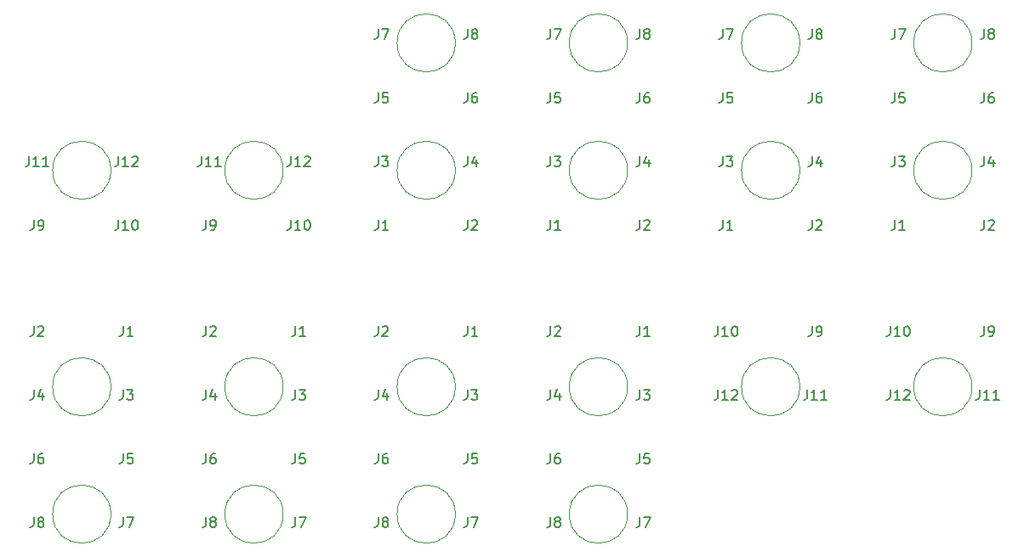
<source format=gbr>
%TF.GenerationSoftware,KiCad,Pcbnew,8.0.6-8.0.6-0~ubuntu24.04.1*%
%TF.CreationDate,2024-10-24T14:27:10-04:00*%
%TF.ProjectId,panel,70616e65-6c2e-46b6-9963-61645f706362,rev?*%
%TF.SameCoordinates,Original*%
%TF.FileFunction,Legend,Top*%
%TF.FilePolarity,Positive*%
%FSLAX46Y46*%
G04 Gerber Fmt 4.6, Leading zero omitted, Abs format (unit mm)*
G04 Created by KiCad (PCBNEW 8.0.6-8.0.6-0~ubuntu24.04.1) date 2024-10-24 14:27:10*
%MOMM*%
%LPD*%
G01*
G04 APERTURE LIST*
%ADD10C,0.150000*%
%ADD11C,0.100000*%
G04 APERTURE END LIST*
D10*
X106346666Y-40519819D02*
X106346666Y-41234104D01*
X106346666Y-41234104D02*
X106299047Y-41376961D01*
X106299047Y-41376961D02*
X106203809Y-41472200D01*
X106203809Y-41472200D02*
X106060952Y-41519819D01*
X106060952Y-41519819D02*
X105965714Y-41519819D01*
X106727619Y-40519819D02*
X107394285Y-40519819D01*
X107394285Y-40519819D02*
X106965714Y-41519819D01*
X115236666Y-46869819D02*
X115236666Y-47584104D01*
X115236666Y-47584104D02*
X115189047Y-47726961D01*
X115189047Y-47726961D02*
X115093809Y-47822200D01*
X115093809Y-47822200D02*
X114950952Y-47869819D01*
X114950952Y-47869819D02*
X114855714Y-47869819D01*
X116141428Y-46869819D02*
X115950952Y-46869819D01*
X115950952Y-46869819D02*
X115855714Y-46917438D01*
X115855714Y-46917438D02*
X115808095Y-46965057D01*
X115808095Y-46965057D02*
X115712857Y-47107914D01*
X115712857Y-47107914D02*
X115665238Y-47298390D01*
X115665238Y-47298390D02*
X115665238Y-47679342D01*
X115665238Y-47679342D02*
X115712857Y-47774580D01*
X115712857Y-47774580D02*
X115760476Y-47822200D01*
X115760476Y-47822200D02*
X115855714Y-47869819D01*
X115855714Y-47869819D02*
X116046190Y-47869819D01*
X116046190Y-47869819D02*
X116141428Y-47822200D01*
X116141428Y-47822200D02*
X116189047Y-47774580D01*
X116189047Y-47774580D02*
X116236666Y-47679342D01*
X116236666Y-47679342D02*
X116236666Y-47441247D01*
X116236666Y-47441247D02*
X116189047Y-47346009D01*
X116189047Y-47346009D02*
X116141428Y-47298390D01*
X116141428Y-47298390D02*
X116046190Y-47250771D01*
X116046190Y-47250771D02*
X115855714Y-47250771D01*
X115855714Y-47250771D02*
X115760476Y-47298390D01*
X115760476Y-47298390D02*
X115712857Y-47346009D01*
X115712857Y-47346009D02*
X115665238Y-47441247D01*
X106346666Y-59569819D02*
X106346666Y-60284104D01*
X106346666Y-60284104D02*
X106299047Y-60426961D01*
X106299047Y-60426961D02*
X106203809Y-60522200D01*
X106203809Y-60522200D02*
X106060952Y-60569819D01*
X106060952Y-60569819D02*
X105965714Y-60569819D01*
X107346666Y-60569819D02*
X106775238Y-60569819D01*
X107060952Y-60569819D02*
X107060952Y-59569819D01*
X107060952Y-59569819D02*
X106965714Y-59712676D01*
X106965714Y-59712676D02*
X106870476Y-59807914D01*
X106870476Y-59807914D02*
X106775238Y-59855533D01*
X63325476Y-53219819D02*
X63325476Y-53934104D01*
X63325476Y-53934104D02*
X63277857Y-54076961D01*
X63277857Y-54076961D02*
X63182619Y-54172200D01*
X63182619Y-54172200D02*
X63039762Y-54219819D01*
X63039762Y-54219819D02*
X62944524Y-54219819D01*
X64325476Y-54219819D02*
X63754048Y-54219819D01*
X64039762Y-54219819D02*
X64039762Y-53219819D01*
X64039762Y-53219819D02*
X63944524Y-53362676D01*
X63944524Y-53362676D02*
X63849286Y-53457914D01*
X63849286Y-53457914D02*
X63754048Y-53505533D01*
X64706429Y-53315057D02*
X64754048Y-53267438D01*
X64754048Y-53267438D02*
X64849286Y-53219819D01*
X64849286Y-53219819D02*
X65087381Y-53219819D01*
X65087381Y-53219819D02*
X65182619Y-53267438D01*
X65182619Y-53267438D02*
X65230238Y-53315057D01*
X65230238Y-53315057D02*
X65277857Y-53410295D01*
X65277857Y-53410295D02*
X65277857Y-53505533D01*
X65277857Y-53505533D02*
X65230238Y-53648390D01*
X65230238Y-53648390D02*
X64658810Y-54219819D01*
X64658810Y-54219819D02*
X65277857Y-54219819D01*
X106346666Y-46869819D02*
X106346666Y-47584104D01*
X106346666Y-47584104D02*
X106299047Y-47726961D01*
X106299047Y-47726961D02*
X106203809Y-47822200D01*
X106203809Y-47822200D02*
X106060952Y-47869819D01*
X106060952Y-47869819D02*
X105965714Y-47869819D01*
X107299047Y-46869819D02*
X106822857Y-46869819D01*
X106822857Y-46869819D02*
X106775238Y-47346009D01*
X106775238Y-47346009D02*
X106822857Y-47298390D01*
X106822857Y-47298390D02*
X106918095Y-47250771D01*
X106918095Y-47250771D02*
X107156190Y-47250771D01*
X107156190Y-47250771D02*
X107251428Y-47298390D01*
X107251428Y-47298390D02*
X107299047Y-47346009D01*
X107299047Y-47346009D02*
X107346666Y-47441247D01*
X107346666Y-47441247D02*
X107346666Y-47679342D01*
X107346666Y-47679342D02*
X107299047Y-47774580D01*
X107299047Y-47774580D02*
X107251428Y-47822200D01*
X107251428Y-47822200D02*
X107156190Y-47869819D01*
X107156190Y-47869819D02*
X106918095Y-47869819D01*
X106918095Y-47869819D02*
X106822857Y-47822200D01*
X106822857Y-47822200D02*
X106775238Y-47774580D01*
X115236666Y-53219819D02*
X115236666Y-53934104D01*
X115236666Y-53934104D02*
X115189047Y-54076961D01*
X115189047Y-54076961D02*
X115093809Y-54172200D01*
X115093809Y-54172200D02*
X114950952Y-54219819D01*
X114950952Y-54219819D02*
X114855714Y-54219819D01*
X116141428Y-53553152D02*
X116141428Y-54219819D01*
X115903333Y-53172200D02*
X115665238Y-53886485D01*
X115665238Y-53886485D02*
X116284285Y-53886485D01*
X106346666Y-53219819D02*
X106346666Y-53934104D01*
X106346666Y-53934104D02*
X106299047Y-54076961D01*
X106299047Y-54076961D02*
X106203809Y-54172200D01*
X106203809Y-54172200D02*
X106060952Y-54219819D01*
X106060952Y-54219819D02*
X105965714Y-54219819D01*
X106727619Y-53219819D02*
X107346666Y-53219819D01*
X107346666Y-53219819D02*
X107013333Y-53600771D01*
X107013333Y-53600771D02*
X107156190Y-53600771D01*
X107156190Y-53600771D02*
X107251428Y-53648390D01*
X107251428Y-53648390D02*
X107299047Y-53696009D01*
X107299047Y-53696009D02*
X107346666Y-53791247D01*
X107346666Y-53791247D02*
X107346666Y-54029342D01*
X107346666Y-54029342D02*
X107299047Y-54124580D01*
X107299047Y-54124580D02*
X107251428Y-54172200D01*
X107251428Y-54172200D02*
X107156190Y-54219819D01*
X107156190Y-54219819D02*
X106870476Y-54219819D01*
X106870476Y-54219819D02*
X106775238Y-54172200D01*
X106775238Y-54172200D02*
X106727619Y-54124580D01*
X140636666Y-40519819D02*
X140636666Y-41234104D01*
X140636666Y-41234104D02*
X140589047Y-41376961D01*
X140589047Y-41376961D02*
X140493809Y-41472200D01*
X140493809Y-41472200D02*
X140350952Y-41519819D01*
X140350952Y-41519819D02*
X140255714Y-41519819D01*
X141017619Y-40519819D02*
X141684285Y-40519819D01*
X141684285Y-40519819D02*
X141255714Y-41519819D01*
X149526666Y-46869819D02*
X149526666Y-47584104D01*
X149526666Y-47584104D02*
X149479047Y-47726961D01*
X149479047Y-47726961D02*
X149383809Y-47822200D01*
X149383809Y-47822200D02*
X149240952Y-47869819D01*
X149240952Y-47869819D02*
X149145714Y-47869819D01*
X150431428Y-46869819D02*
X150240952Y-46869819D01*
X150240952Y-46869819D02*
X150145714Y-46917438D01*
X150145714Y-46917438D02*
X150098095Y-46965057D01*
X150098095Y-46965057D02*
X150002857Y-47107914D01*
X150002857Y-47107914D02*
X149955238Y-47298390D01*
X149955238Y-47298390D02*
X149955238Y-47679342D01*
X149955238Y-47679342D02*
X150002857Y-47774580D01*
X150002857Y-47774580D02*
X150050476Y-47822200D01*
X150050476Y-47822200D02*
X150145714Y-47869819D01*
X150145714Y-47869819D02*
X150336190Y-47869819D01*
X150336190Y-47869819D02*
X150431428Y-47822200D01*
X150431428Y-47822200D02*
X150479047Y-47774580D01*
X150479047Y-47774580D02*
X150526666Y-47679342D01*
X150526666Y-47679342D02*
X150526666Y-47441247D01*
X150526666Y-47441247D02*
X150479047Y-47346009D01*
X150479047Y-47346009D02*
X150431428Y-47298390D01*
X150431428Y-47298390D02*
X150336190Y-47250771D01*
X150336190Y-47250771D02*
X150145714Y-47250771D01*
X150145714Y-47250771D02*
X150050476Y-47298390D01*
X150050476Y-47298390D02*
X150002857Y-47346009D01*
X150002857Y-47346009D02*
X149955238Y-47441247D01*
X140636666Y-59569819D02*
X140636666Y-60284104D01*
X140636666Y-60284104D02*
X140589047Y-60426961D01*
X140589047Y-60426961D02*
X140493809Y-60522200D01*
X140493809Y-60522200D02*
X140350952Y-60569819D01*
X140350952Y-60569819D02*
X140255714Y-60569819D01*
X141636666Y-60569819D02*
X141065238Y-60569819D01*
X141350952Y-60569819D02*
X141350952Y-59569819D01*
X141350952Y-59569819D02*
X141255714Y-59712676D01*
X141255714Y-59712676D02*
X141160476Y-59807914D01*
X141160476Y-59807914D02*
X141065238Y-59855533D01*
X140636666Y-46869819D02*
X140636666Y-47584104D01*
X140636666Y-47584104D02*
X140589047Y-47726961D01*
X140589047Y-47726961D02*
X140493809Y-47822200D01*
X140493809Y-47822200D02*
X140350952Y-47869819D01*
X140350952Y-47869819D02*
X140255714Y-47869819D01*
X141589047Y-46869819D02*
X141112857Y-46869819D01*
X141112857Y-46869819D02*
X141065238Y-47346009D01*
X141065238Y-47346009D02*
X141112857Y-47298390D01*
X141112857Y-47298390D02*
X141208095Y-47250771D01*
X141208095Y-47250771D02*
X141446190Y-47250771D01*
X141446190Y-47250771D02*
X141541428Y-47298390D01*
X141541428Y-47298390D02*
X141589047Y-47346009D01*
X141589047Y-47346009D02*
X141636666Y-47441247D01*
X141636666Y-47441247D02*
X141636666Y-47679342D01*
X141636666Y-47679342D02*
X141589047Y-47774580D01*
X141589047Y-47774580D02*
X141541428Y-47822200D01*
X141541428Y-47822200D02*
X141446190Y-47869819D01*
X141446190Y-47869819D02*
X141208095Y-47869819D01*
X141208095Y-47869819D02*
X141112857Y-47822200D01*
X141112857Y-47822200D02*
X141065238Y-47774580D01*
X115236666Y-40519819D02*
X115236666Y-41234104D01*
X115236666Y-41234104D02*
X115189047Y-41376961D01*
X115189047Y-41376961D02*
X115093809Y-41472200D01*
X115093809Y-41472200D02*
X114950952Y-41519819D01*
X114950952Y-41519819D02*
X114855714Y-41519819D01*
X115855714Y-40948390D02*
X115760476Y-40900771D01*
X115760476Y-40900771D02*
X115712857Y-40853152D01*
X115712857Y-40853152D02*
X115665238Y-40757914D01*
X115665238Y-40757914D02*
X115665238Y-40710295D01*
X115665238Y-40710295D02*
X115712857Y-40615057D01*
X115712857Y-40615057D02*
X115760476Y-40567438D01*
X115760476Y-40567438D02*
X115855714Y-40519819D01*
X115855714Y-40519819D02*
X116046190Y-40519819D01*
X116046190Y-40519819D02*
X116141428Y-40567438D01*
X116141428Y-40567438D02*
X116189047Y-40615057D01*
X116189047Y-40615057D02*
X116236666Y-40710295D01*
X116236666Y-40710295D02*
X116236666Y-40757914D01*
X116236666Y-40757914D02*
X116189047Y-40853152D01*
X116189047Y-40853152D02*
X116141428Y-40900771D01*
X116141428Y-40900771D02*
X116046190Y-40948390D01*
X116046190Y-40948390D02*
X115855714Y-40948390D01*
X115855714Y-40948390D02*
X115760476Y-40996009D01*
X115760476Y-40996009D02*
X115712857Y-41043628D01*
X115712857Y-41043628D02*
X115665238Y-41138866D01*
X115665238Y-41138866D02*
X115665238Y-41329342D01*
X115665238Y-41329342D02*
X115712857Y-41424580D01*
X115712857Y-41424580D02*
X115760476Y-41472200D01*
X115760476Y-41472200D02*
X115855714Y-41519819D01*
X115855714Y-41519819D02*
X116046190Y-41519819D01*
X116046190Y-41519819D02*
X116141428Y-41472200D01*
X116141428Y-41472200D02*
X116189047Y-41424580D01*
X116189047Y-41424580D02*
X116236666Y-41329342D01*
X116236666Y-41329342D02*
X116236666Y-41138866D01*
X116236666Y-41138866D02*
X116189047Y-41043628D01*
X116189047Y-41043628D02*
X116141428Y-40996009D01*
X116141428Y-40996009D02*
X116046190Y-40948390D01*
X115236666Y-59569819D02*
X115236666Y-60284104D01*
X115236666Y-60284104D02*
X115189047Y-60426961D01*
X115189047Y-60426961D02*
X115093809Y-60522200D01*
X115093809Y-60522200D02*
X114950952Y-60569819D01*
X114950952Y-60569819D02*
X114855714Y-60569819D01*
X115665238Y-59665057D02*
X115712857Y-59617438D01*
X115712857Y-59617438D02*
X115808095Y-59569819D01*
X115808095Y-59569819D02*
X116046190Y-59569819D01*
X116046190Y-59569819D02*
X116141428Y-59617438D01*
X116141428Y-59617438D02*
X116189047Y-59665057D01*
X116189047Y-59665057D02*
X116236666Y-59760295D01*
X116236666Y-59760295D02*
X116236666Y-59855533D01*
X116236666Y-59855533D02*
X116189047Y-59998390D01*
X116189047Y-59998390D02*
X115617619Y-60569819D01*
X115617619Y-60569819D02*
X116236666Y-60569819D01*
X54435476Y-53219819D02*
X54435476Y-53934104D01*
X54435476Y-53934104D02*
X54387857Y-54076961D01*
X54387857Y-54076961D02*
X54292619Y-54172200D01*
X54292619Y-54172200D02*
X54149762Y-54219819D01*
X54149762Y-54219819D02*
X54054524Y-54219819D01*
X55435476Y-54219819D02*
X54864048Y-54219819D01*
X55149762Y-54219819D02*
X55149762Y-53219819D01*
X55149762Y-53219819D02*
X55054524Y-53362676D01*
X55054524Y-53362676D02*
X54959286Y-53457914D01*
X54959286Y-53457914D02*
X54864048Y-53505533D01*
X56387857Y-54219819D02*
X55816429Y-54219819D01*
X56102143Y-54219819D02*
X56102143Y-53219819D01*
X56102143Y-53219819D02*
X56006905Y-53362676D01*
X56006905Y-53362676D02*
X55911667Y-53457914D01*
X55911667Y-53457914D02*
X55816429Y-53505533D01*
X63325476Y-59569819D02*
X63325476Y-60284104D01*
X63325476Y-60284104D02*
X63277857Y-60426961D01*
X63277857Y-60426961D02*
X63182619Y-60522200D01*
X63182619Y-60522200D02*
X63039762Y-60569819D01*
X63039762Y-60569819D02*
X62944524Y-60569819D01*
X64325476Y-60569819D02*
X63754048Y-60569819D01*
X64039762Y-60569819D02*
X64039762Y-59569819D01*
X64039762Y-59569819D02*
X63944524Y-59712676D01*
X63944524Y-59712676D02*
X63849286Y-59807914D01*
X63849286Y-59807914D02*
X63754048Y-59855533D01*
X64944524Y-59569819D02*
X65039762Y-59569819D01*
X65039762Y-59569819D02*
X65135000Y-59617438D01*
X65135000Y-59617438D02*
X65182619Y-59665057D01*
X65182619Y-59665057D02*
X65230238Y-59760295D01*
X65230238Y-59760295D02*
X65277857Y-59950771D01*
X65277857Y-59950771D02*
X65277857Y-60188866D01*
X65277857Y-60188866D02*
X65230238Y-60379342D01*
X65230238Y-60379342D02*
X65182619Y-60474580D01*
X65182619Y-60474580D02*
X65135000Y-60522200D01*
X65135000Y-60522200D02*
X65039762Y-60569819D01*
X65039762Y-60569819D02*
X64944524Y-60569819D01*
X64944524Y-60569819D02*
X64849286Y-60522200D01*
X64849286Y-60522200D02*
X64801667Y-60474580D01*
X64801667Y-60474580D02*
X64754048Y-60379342D01*
X64754048Y-60379342D02*
X64706429Y-60188866D01*
X64706429Y-60188866D02*
X64706429Y-59950771D01*
X64706429Y-59950771D02*
X64754048Y-59760295D01*
X64754048Y-59760295D02*
X64801667Y-59665057D01*
X64801667Y-59665057D02*
X64849286Y-59617438D01*
X64849286Y-59617438D02*
X64944524Y-59569819D01*
X54911666Y-59569819D02*
X54911666Y-60284104D01*
X54911666Y-60284104D02*
X54864047Y-60426961D01*
X54864047Y-60426961D02*
X54768809Y-60522200D01*
X54768809Y-60522200D02*
X54625952Y-60569819D01*
X54625952Y-60569819D02*
X54530714Y-60569819D01*
X55435476Y-60569819D02*
X55625952Y-60569819D01*
X55625952Y-60569819D02*
X55721190Y-60522200D01*
X55721190Y-60522200D02*
X55768809Y-60474580D01*
X55768809Y-60474580D02*
X55864047Y-60331723D01*
X55864047Y-60331723D02*
X55911666Y-60141247D01*
X55911666Y-60141247D02*
X55911666Y-59760295D01*
X55911666Y-59760295D02*
X55864047Y-59665057D01*
X55864047Y-59665057D02*
X55816428Y-59617438D01*
X55816428Y-59617438D02*
X55721190Y-59569819D01*
X55721190Y-59569819D02*
X55530714Y-59569819D01*
X55530714Y-59569819D02*
X55435476Y-59617438D01*
X55435476Y-59617438D02*
X55387857Y-59665057D01*
X55387857Y-59665057D02*
X55340238Y-59760295D01*
X55340238Y-59760295D02*
X55340238Y-59998390D01*
X55340238Y-59998390D02*
X55387857Y-60093628D01*
X55387857Y-60093628D02*
X55435476Y-60141247D01*
X55435476Y-60141247D02*
X55530714Y-60188866D01*
X55530714Y-60188866D02*
X55721190Y-60188866D01*
X55721190Y-60188866D02*
X55816428Y-60141247D01*
X55816428Y-60141247D02*
X55864047Y-60093628D01*
X55864047Y-60093628D02*
X55911666Y-59998390D01*
X80470476Y-53219819D02*
X80470476Y-53934104D01*
X80470476Y-53934104D02*
X80422857Y-54076961D01*
X80422857Y-54076961D02*
X80327619Y-54172200D01*
X80327619Y-54172200D02*
X80184762Y-54219819D01*
X80184762Y-54219819D02*
X80089524Y-54219819D01*
X81470476Y-54219819D02*
X80899048Y-54219819D01*
X81184762Y-54219819D02*
X81184762Y-53219819D01*
X81184762Y-53219819D02*
X81089524Y-53362676D01*
X81089524Y-53362676D02*
X80994286Y-53457914D01*
X80994286Y-53457914D02*
X80899048Y-53505533D01*
X81851429Y-53315057D02*
X81899048Y-53267438D01*
X81899048Y-53267438D02*
X81994286Y-53219819D01*
X81994286Y-53219819D02*
X82232381Y-53219819D01*
X82232381Y-53219819D02*
X82327619Y-53267438D01*
X82327619Y-53267438D02*
X82375238Y-53315057D01*
X82375238Y-53315057D02*
X82422857Y-53410295D01*
X82422857Y-53410295D02*
X82422857Y-53505533D01*
X82422857Y-53505533D02*
X82375238Y-53648390D01*
X82375238Y-53648390D02*
X81803810Y-54219819D01*
X81803810Y-54219819D02*
X82422857Y-54219819D01*
X89201666Y-59569819D02*
X89201666Y-60284104D01*
X89201666Y-60284104D02*
X89154047Y-60426961D01*
X89154047Y-60426961D02*
X89058809Y-60522200D01*
X89058809Y-60522200D02*
X88915952Y-60569819D01*
X88915952Y-60569819D02*
X88820714Y-60569819D01*
X90201666Y-60569819D02*
X89630238Y-60569819D01*
X89915952Y-60569819D02*
X89915952Y-59569819D01*
X89915952Y-59569819D02*
X89820714Y-59712676D01*
X89820714Y-59712676D02*
X89725476Y-59807914D01*
X89725476Y-59807914D02*
X89630238Y-59855533D01*
X89201666Y-40519819D02*
X89201666Y-41234104D01*
X89201666Y-41234104D02*
X89154047Y-41376961D01*
X89154047Y-41376961D02*
X89058809Y-41472200D01*
X89058809Y-41472200D02*
X88915952Y-41519819D01*
X88915952Y-41519819D02*
X88820714Y-41519819D01*
X89582619Y-40519819D02*
X90249285Y-40519819D01*
X90249285Y-40519819D02*
X89820714Y-41519819D01*
X98091666Y-46869819D02*
X98091666Y-47584104D01*
X98091666Y-47584104D02*
X98044047Y-47726961D01*
X98044047Y-47726961D02*
X97948809Y-47822200D01*
X97948809Y-47822200D02*
X97805952Y-47869819D01*
X97805952Y-47869819D02*
X97710714Y-47869819D01*
X98996428Y-46869819D02*
X98805952Y-46869819D01*
X98805952Y-46869819D02*
X98710714Y-46917438D01*
X98710714Y-46917438D02*
X98663095Y-46965057D01*
X98663095Y-46965057D02*
X98567857Y-47107914D01*
X98567857Y-47107914D02*
X98520238Y-47298390D01*
X98520238Y-47298390D02*
X98520238Y-47679342D01*
X98520238Y-47679342D02*
X98567857Y-47774580D01*
X98567857Y-47774580D02*
X98615476Y-47822200D01*
X98615476Y-47822200D02*
X98710714Y-47869819D01*
X98710714Y-47869819D02*
X98901190Y-47869819D01*
X98901190Y-47869819D02*
X98996428Y-47822200D01*
X98996428Y-47822200D02*
X99044047Y-47774580D01*
X99044047Y-47774580D02*
X99091666Y-47679342D01*
X99091666Y-47679342D02*
X99091666Y-47441247D01*
X99091666Y-47441247D02*
X99044047Y-47346009D01*
X99044047Y-47346009D02*
X98996428Y-47298390D01*
X98996428Y-47298390D02*
X98901190Y-47250771D01*
X98901190Y-47250771D02*
X98710714Y-47250771D01*
X98710714Y-47250771D02*
X98615476Y-47298390D01*
X98615476Y-47298390D02*
X98567857Y-47346009D01*
X98567857Y-47346009D02*
X98520238Y-47441247D01*
X71580476Y-53219819D02*
X71580476Y-53934104D01*
X71580476Y-53934104D02*
X71532857Y-54076961D01*
X71532857Y-54076961D02*
X71437619Y-54172200D01*
X71437619Y-54172200D02*
X71294762Y-54219819D01*
X71294762Y-54219819D02*
X71199524Y-54219819D01*
X72580476Y-54219819D02*
X72009048Y-54219819D01*
X72294762Y-54219819D02*
X72294762Y-53219819D01*
X72294762Y-53219819D02*
X72199524Y-53362676D01*
X72199524Y-53362676D02*
X72104286Y-53457914D01*
X72104286Y-53457914D02*
X72009048Y-53505533D01*
X73532857Y-54219819D02*
X72961429Y-54219819D01*
X73247143Y-54219819D02*
X73247143Y-53219819D01*
X73247143Y-53219819D02*
X73151905Y-53362676D01*
X73151905Y-53362676D02*
X73056667Y-53457914D01*
X73056667Y-53457914D02*
X72961429Y-53505533D01*
X80470476Y-59569819D02*
X80470476Y-60284104D01*
X80470476Y-60284104D02*
X80422857Y-60426961D01*
X80422857Y-60426961D02*
X80327619Y-60522200D01*
X80327619Y-60522200D02*
X80184762Y-60569819D01*
X80184762Y-60569819D02*
X80089524Y-60569819D01*
X81470476Y-60569819D02*
X80899048Y-60569819D01*
X81184762Y-60569819D02*
X81184762Y-59569819D01*
X81184762Y-59569819D02*
X81089524Y-59712676D01*
X81089524Y-59712676D02*
X80994286Y-59807914D01*
X80994286Y-59807914D02*
X80899048Y-59855533D01*
X82089524Y-59569819D02*
X82184762Y-59569819D01*
X82184762Y-59569819D02*
X82280000Y-59617438D01*
X82280000Y-59617438D02*
X82327619Y-59665057D01*
X82327619Y-59665057D02*
X82375238Y-59760295D01*
X82375238Y-59760295D02*
X82422857Y-59950771D01*
X82422857Y-59950771D02*
X82422857Y-60188866D01*
X82422857Y-60188866D02*
X82375238Y-60379342D01*
X82375238Y-60379342D02*
X82327619Y-60474580D01*
X82327619Y-60474580D02*
X82280000Y-60522200D01*
X82280000Y-60522200D02*
X82184762Y-60569819D01*
X82184762Y-60569819D02*
X82089524Y-60569819D01*
X82089524Y-60569819D02*
X81994286Y-60522200D01*
X81994286Y-60522200D02*
X81946667Y-60474580D01*
X81946667Y-60474580D02*
X81899048Y-60379342D01*
X81899048Y-60379342D02*
X81851429Y-60188866D01*
X81851429Y-60188866D02*
X81851429Y-59950771D01*
X81851429Y-59950771D02*
X81899048Y-59760295D01*
X81899048Y-59760295D02*
X81946667Y-59665057D01*
X81946667Y-59665057D02*
X81994286Y-59617438D01*
X81994286Y-59617438D02*
X82089524Y-59569819D01*
X98091666Y-53219819D02*
X98091666Y-53934104D01*
X98091666Y-53934104D02*
X98044047Y-54076961D01*
X98044047Y-54076961D02*
X97948809Y-54172200D01*
X97948809Y-54172200D02*
X97805952Y-54219819D01*
X97805952Y-54219819D02*
X97710714Y-54219819D01*
X98996428Y-53553152D02*
X98996428Y-54219819D01*
X98758333Y-53172200D02*
X98520238Y-53886485D01*
X98520238Y-53886485D02*
X99139285Y-53886485D01*
X72056666Y-59569819D02*
X72056666Y-60284104D01*
X72056666Y-60284104D02*
X72009047Y-60426961D01*
X72009047Y-60426961D02*
X71913809Y-60522200D01*
X71913809Y-60522200D02*
X71770952Y-60569819D01*
X71770952Y-60569819D02*
X71675714Y-60569819D01*
X72580476Y-60569819D02*
X72770952Y-60569819D01*
X72770952Y-60569819D02*
X72866190Y-60522200D01*
X72866190Y-60522200D02*
X72913809Y-60474580D01*
X72913809Y-60474580D02*
X73009047Y-60331723D01*
X73009047Y-60331723D02*
X73056666Y-60141247D01*
X73056666Y-60141247D02*
X73056666Y-59760295D01*
X73056666Y-59760295D02*
X73009047Y-59665057D01*
X73009047Y-59665057D02*
X72961428Y-59617438D01*
X72961428Y-59617438D02*
X72866190Y-59569819D01*
X72866190Y-59569819D02*
X72675714Y-59569819D01*
X72675714Y-59569819D02*
X72580476Y-59617438D01*
X72580476Y-59617438D02*
X72532857Y-59665057D01*
X72532857Y-59665057D02*
X72485238Y-59760295D01*
X72485238Y-59760295D02*
X72485238Y-59998390D01*
X72485238Y-59998390D02*
X72532857Y-60093628D01*
X72532857Y-60093628D02*
X72580476Y-60141247D01*
X72580476Y-60141247D02*
X72675714Y-60188866D01*
X72675714Y-60188866D02*
X72866190Y-60188866D01*
X72866190Y-60188866D02*
X72961428Y-60141247D01*
X72961428Y-60141247D02*
X73009047Y-60093628D01*
X73009047Y-60093628D02*
X73056666Y-59998390D01*
X98091666Y-40519819D02*
X98091666Y-41234104D01*
X98091666Y-41234104D02*
X98044047Y-41376961D01*
X98044047Y-41376961D02*
X97948809Y-41472200D01*
X97948809Y-41472200D02*
X97805952Y-41519819D01*
X97805952Y-41519819D02*
X97710714Y-41519819D01*
X98710714Y-40948390D02*
X98615476Y-40900771D01*
X98615476Y-40900771D02*
X98567857Y-40853152D01*
X98567857Y-40853152D02*
X98520238Y-40757914D01*
X98520238Y-40757914D02*
X98520238Y-40710295D01*
X98520238Y-40710295D02*
X98567857Y-40615057D01*
X98567857Y-40615057D02*
X98615476Y-40567438D01*
X98615476Y-40567438D02*
X98710714Y-40519819D01*
X98710714Y-40519819D02*
X98901190Y-40519819D01*
X98901190Y-40519819D02*
X98996428Y-40567438D01*
X98996428Y-40567438D02*
X99044047Y-40615057D01*
X99044047Y-40615057D02*
X99091666Y-40710295D01*
X99091666Y-40710295D02*
X99091666Y-40757914D01*
X99091666Y-40757914D02*
X99044047Y-40853152D01*
X99044047Y-40853152D02*
X98996428Y-40900771D01*
X98996428Y-40900771D02*
X98901190Y-40948390D01*
X98901190Y-40948390D02*
X98710714Y-40948390D01*
X98710714Y-40948390D02*
X98615476Y-40996009D01*
X98615476Y-40996009D02*
X98567857Y-41043628D01*
X98567857Y-41043628D02*
X98520238Y-41138866D01*
X98520238Y-41138866D02*
X98520238Y-41329342D01*
X98520238Y-41329342D02*
X98567857Y-41424580D01*
X98567857Y-41424580D02*
X98615476Y-41472200D01*
X98615476Y-41472200D02*
X98710714Y-41519819D01*
X98710714Y-41519819D02*
X98901190Y-41519819D01*
X98901190Y-41519819D02*
X98996428Y-41472200D01*
X98996428Y-41472200D02*
X99044047Y-41424580D01*
X99044047Y-41424580D02*
X99091666Y-41329342D01*
X99091666Y-41329342D02*
X99091666Y-41138866D01*
X99091666Y-41138866D02*
X99044047Y-41043628D01*
X99044047Y-41043628D02*
X98996428Y-40996009D01*
X98996428Y-40996009D02*
X98901190Y-40948390D01*
X98091666Y-59569819D02*
X98091666Y-60284104D01*
X98091666Y-60284104D02*
X98044047Y-60426961D01*
X98044047Y-60426961D02*
X97948809Y-60522200D01*
X97948809Y-60522200D02*
X97805952Y-60569819D01*
X97805952Y-60569819D02*
X97710714Y-60569819D01*
X98520238Y-59665057D02*
X98567857Y-59617438D01*
X98567857Y-59617438D02*
X98663095Y-59569819D01*
X98663095Y-59569819D02*
X98901190Y-59569819D01*
X98901190Y-59569819D02*
X98996428Y-59617438D01*
X98996428Y-59617438D02*
X99044047Y-59665057D01*
X99044047Y-59665057D02*
X99091666Y-59760295D01*
X99091666Y-59760295D02*
X99091666Y-59855533D01*
X99091666Y-59855533D02*
X99044047Y-59998390D01*
X99044047Y-59998390D02*
X98472619Y-60569819D01*
X98472619Y-60569819D02*
X99091666Y-60569819D01*
X89201666Y-53219819D02*
X89201666Y-53934104D01*
X89201666Y-53934104D02*
X89154047Y-54076961D01*
X89154047Y-54076961D02*
X89058809Y-54172200D01*
X89058809Y-54172200D02*
X88915952Y-54219819D01*
X88915952Y-54219819D02*
X88820714Y-54219819D01*
X89582619Y-53219819D02*
X90201666Y-53219819D01*
X90201666Y-53219819D02*
X89868333Y-53600771D01*
X89868333Y-53600771D02*
X90011190Y-53600771D01*
X90011190Y-53600771D02*
X90106428Y-53648390D01*
X90106428Y-53648390D02*
X90154047Y-53696009D01*
X90154047Y-53696009D02*
X90201666Y-53791247D01*
X90201666Y-53791247D02*
X90201666Y-54029342D01*
X90201666Y-54029342D02*
X90154047Y-54124580D01*
X90154047Y-54124580D02*
X90106428Y-54172200D01*
X90106428Y-54172200D02*
X90011190Y-54219819D01*
X90011190Y-54219819D02*
X89725476Y-54219819D01*
X89725476Y-54219819D02*
X89630238Y-54172200D01*
X89630238Y-54172200D02*
X89582619Y-54124580D01*
X89201666Y-46869819D02*
X89201666Y-47584104D01*
X89201666Y-47584104D02*
X89154047Y-47726961D01*
X89154047Y-47726961D02*
X89058809Y-47822200D01*
X89058809Y-47822200D02*
X88915952Y-47869819D01*
X88915952Y-47869819D02*
X88820714Y-47869819D01*
X90154047Y-46869819D02*
X89677857Y-46869819D01*
X89677857Y-46869819D02*
X89630238Y-47346009D01*
X89630238Y-47346009D02*
X89677857Y-47298390D01*
X89677857Y-47298390D02*
X89773095Y-47250771D01*
X89773095Y-47250771D02*
X90011190Y-47250771D01*
X90011190Y-47250771D02*
X90106428Y-47298390D01*
X90106428Y-47298390D02*
X90154047Y-47346009D01*
X90154047Y-47346009D02*
X90201666Y-47441247D01*
X90201666Y-47441247D02*
X90201666Y-47679342D01*
X90201666Y-47679342D02*
X90154047Y-47774580D01*
X90154047Y-47774580D02*
X90106428Y-47822200D01*
X90106428Y-47822200D02*
X90011190Y-47869819D01*
X90011190Y-47869819D02*
X89773095Y-47869819D01*
X89773095Y-47869819D02*
X89677857Y-47822200D01*
X89677857Y-47822200D02*
X89630238Y-47774580D01*
X149526666Y-53219819D02*
X149526666Y-53934104D01*
X149526666Y-53934104D02*
X149479047Y-54076961D01*
X149479047Y-54076961D02*
X149383809Y-54172200D01*
X149383809Y-54172200D02*
X149240952Y-54219819D01*
X149240952Y-54219819D02*
X149145714Y-54219819D01*
X150431428Y-53553152D02*
X150431428Y-54219819D01*
X150193333Y-53172200D02*
X149955238Y-53886485D01*
X149955238Y-53886485D02*
X150574285Y-53886485D01*
X140636666Y-53219819D02*
X140636666Y-53934104D01*
X140636666Y-53934104D02*
X140589047Y-54076961D01*
X140589047Y-54076961D02*
X140493809Y-54172200D01*
X140493809Y-54172200D02*
X140350952Y-54219819D01*
X140350952Y-54219819D02*
X140255714Y-54219819D01*
X141017619Y-53219819D02*
X141636666Y-53219819D01*
X141636666Y-53219819D02*
X141303333Y-53600771D01*
X141303333Y-53600771D02*
X141446190Y-53600771D01*
X141446190Y-53600771D02*
X141541428Y-53648390D01*
X141541428Y-53648390D02*
X141589047Y-53696009D01*
X141589047Y-53696009D02*
X141636666Y-53791247D01*
X141636666Y-53791247D02*
X141636666Y-54029342D01*
X141636666Y-54029342D02*
X141589047Y-54124580D01*
X141589047Y-54124580D02*
X141541428Y-54172200D01*
X141541428Y-54172200D02*
X141446190Y-54219819D01*
X141446190Y-54219819D02*
X141160476Y-54219819D01*
X141160476Y-54219819D02*
X141065238Y-54172200D01*
X141065238Y-54172200D02*
X141017619Y-54124580D01*
X149526666Y-40519819D02*
X149526666Y-41234104D01*
X149526666Y-41234104D02*
X149479047Y-41376961D01*
X149479047Y-41376961D02*
X149383809Y-41472200D01*
X149383809Y-41472200D02*
X149240952Y-41519819D01*
X149240952Y-41519819D02*
X149145714Y-41519819D01*
X150145714Y-40948390D02*
X150050476Y-40900771D01*
X150050476Y-40900771D02*
X150002857Y-40853152D01*
X150002857Y-40853152D02*
X149955238Y-40757914D01*
X149955238Y-40757914D02*
X149955238Y-40710295D01*
X149955238Y-40710295D02*
X150002857Y-40615057D01*
X150002857Y-40615057D02*
X150050476Y-40567438D01*
X150050476Y-40567438D02*
X150145714Y-40519819D01*
X150145714Y-40519819D02*
X150336190Y-40519819D01*
X150336190Y-40519819D02*
X150431428Y-40567438D01*
X150431428Y-40567438D02*
X150479047Y-40615057D01*
X150479047Y-40615057D02*
X150526666Y-40710295D01*
X150526666Y-40710295D02*
X150526666Y-40757914D01*
X150526666Y-40757914D02*
X150479047Y-40853152D01*
X150479047Y-40853152D02*
X150431428Y-40900771D01*
X150431428Y-40900771D02*
X150336190Y-40948390D01*
X150336190Y-40948390D02*
X150145714Y-40948390D01*
X150145714Y-40948390D02*
X150050476Y-40996009D01*
X150050476Y-40996009D02*
X150002857Y-41043628D01*
X150002857Y-41043628D02*
X149955238Y-41138866D01*
X149955238Y-41138866D02*
X149955238Y-41329342D01*
X149955238Y-41329342D02*
X150002857Y-41424580D01*
X150002857Y-41424580D02*
X150050476Y-41472200D01*
X150050476Y-41472200D02*
X150145714Y-41519819D01*
X150145714Y-41519819D02*
X150336190Y-41519819D01*
X150336190Y-41519819D02*
X150431428Y-41472200D01*
X150431428Y-41472200D02*
X150479047Y-41424580D01*
X150479047Y-41424580D02*
X150526666Y-41329342D01*
X150526666Y-41329342D02*
X150526666Y-41138866D01*
X150526666Y-41138866D02*
X150479047Y-41043628D01*
X150479047Y-41043628D02*
X150431428Y-40996009D01*
X150431428Y-40996009D02*
X150336190Y-40948390D01*
X149526666Y-59569819D02*
X149526666Y-60284104D01*
X149526666Y-60284104D02*
X149479047Y-60426961D01*
X149479047Y-60426961D02*
X149383809Y-60522200D01*
X149383809Y-60522200D02*
X149240952Y-60569819D01*
X149240952Y-60569819D02*
X149145714Y-60569819D01*
X149955238Y-59665057D02*
X150002857Y-59617438D01*
X150002857Y-59617438D02*
X150098095Y-59569819D01*
X150098095Y-59569819D02*
X150336190Y-59569819D01*
X150336190Y-59569819D02*
X150431428Y-59617438D01*
X150431428Y-59617438D02*
X150479047Y-59665057D01*
X150479047Y-59665057D02*
X150526666Y-59760295D01*
X150526666Y-59760295D02*
X150526666Y-59855533D01*
X150526666Y-59855533D02*
X150479047Y-59998390D01*
X150479047Y-59998390D02*
X149907619Y-60569819D01*
X149907619Y-60569819D02*
X150526666Y-60569819D01*
X123491666Y-59569819D02*
X123491666Y-60284104D01*
X123491666Y-60284104D02*
X123444047Y-60426961D01*
X123444047Y-60426961D02*
X123348809Y-60522200D01*
X123348809Y-60522200D02*
X123205952Y-60569819D01*
X123205952Y-60569819D02*
X123110714Y-60569819D01*
X124491666Y-60569819D02*
X123920238Y-60569819D01*
X124205952Y-60569819D02*
X124205952Y-59569819D01*
X124205952Y-59569819D02*
X124110714Y-59712676D01*
X124110714Y-59712676D02*
X124015476Y-59807914D01*
X124015476Y-59807914D02*
X123920238Y-59855533D01*
X123491666Y-40519819D02*
X123491666Y-41234104D01*
X123491666Y-41234104D02*
X123444047Y-41376961D01*
X123444047Y-41376961D02*
X123348809Y-41472200D01*
X123348809Y-41472200D02*
X123205952Y-41519819D01*
X123205952Y-41519819D02*
X123110714Y-41519819D01*
X123872619Y-40519819D02*
X124539285Y-40519819D01*
X124539285Y-40519819D02*
X124110714Y-41519819D01*
X132381666Y-46869819D02*
X132381666Y-47584104D01*
X132381666Y-47584104D02*
X132334047Y-47726961D01*
X132334047Y-47726961D02*
X132238809Y-47822200D01*
X132238809Y-47822200D02*
X132095952Y-47869819D01*
X132095952Y-47869819D02*
X132000714Y-47869819D01*
X133286428Y-46869819D02*
X133095952Y-46869819D01*
X133095952Y-46869819D02*
X133000714Y-46917438D01*
X133000714Y-46917438D02*
X132953095Y-46965057D01*
X132953095Y-46965057D02*
X132857857Y-47107914D01*
X132857857Y-47107914D02*
X132810238Y-47298390D01*
X132810238Y-47298390D02*
X132810238Y-47679342D01*
X132810238Y-47679342D02*
X132857857Y-47774580D01*
X132857857Y-47774580D02*
X132905476Y-47822200D01*
X132905476Y-47822200D02*
X133000714Y-47869819D01*
X133000714Y-47869819D02*
X133191190Y-47869819D01*
X133191190Y-47869819D02*
X133286428Y-47822200D01*
X133286428Y-47822200D02*
X133334047Y-47774580D01*
X133334047Y-47774580D02*
X133381666Y-47679342D01*
X133381666Y-47679342D02*
X133381666Y-47441247D01*
X133381666Y-47441247D02*
X133334047Y-47346009D01*
X133334047Y-47346009D02*
X133286428Y-47298390D01*
X133286428Y-47298390D02*
X133191190Y-47250771D01*
X133191190Y-47250771D02*
X133000714Y-47250771D01*
X133000714Y-47250771D02*
X132905476Y-47298390D01*
X132905476Y-47298390D02*
X132857857Y-47346009D01*
X132857857Y-47346009D02*
X132810238Y-47441247D01*
X132381666Y-53219819D02*
X132381666Y-53934104D01*
X132381666Y-53934104D02*
X132334047Y-54076961D01*
X132334047Y-54076961D02*
X132238809Y-54172200D01*
X132238809Y-54172200D02*
X132095952Y-54219819D01*
X132095952Y-54219819D02*
X132000714Y-54219819D01*
X133286428Y-53553152D02*
X133286428Y-54219819D01*
X133048333Y-53172200D02*
X132810238Y-53886485D01*
X132810238Y-53886485D02*
X133429285Y-53886485D01*
X132381666Y-40519819D02*
X132381666Y-41234104D01*
X132381666Y-41234104D02*
X132334047Y-41376961D01*
X132334047Y-41376961D02*
X132238809Y-41472200D01*
X132238809Y-41472200D02*
X132095952Y-41519819D01*
X132095952Y-41519819D02*
X132000714Y-41519819D01*
X133000714Y-40948390D02*
X132905476Y-40900771D01*
X132905476Y-40900771D02*
X132857857Y-40853152D01*
X132857857Y-40853152D02*
X132810238Y-40757914D01*
X132810238Y-40757914D02*
X132810238Y-40710295D01*
X132810238Y-40710295D02*
X132857857Y-40615057D01*
X132857857Y-40615057D02*
X132905476Y-40567438D01*
X132905476Y-40567438D02*
X133000714Y-40519819D01*
X133000714Y-40519819D02*
X133191190Y-40519819D01*
X133191190Y-40519819D02*
X133286428Y-40567438D01*
X133286428Y-40567438D02*
X133334047Y-40615057D01*
X133334047Y-40615057D02*
X133381666Y-40710295D01*
X133381666Y-40710295D02*
X133381666Y-40757914D01*
X133381666Y-40757914D02*
X133334047Y-40853152D01*
X133334047Y-40853152D02*
X133286428Y-40900771D01*
X133286428Y-40900771D02*
X133191190Y-40948390D01*
X133191190Y-40948390D02*
X133000714Y-40948390D01*
X133000714Y-40948390D02*
X132905476Y-40996009D01*
X132905476Y-40996009D02*
X132857857Y-41043628D01*
X132857857Y-41043628D02*
X132810238Y-41138866D01*
X132810238Y-41138866D02*
X132810238Y-41329342D01*
X132810238Y-41329342D02*
X132857857Y-41424580D01*
X132857857Y-41424580D02*
X132905476Y-41472200D01*
X132905476Y-41472200D02*
X133000714Y-41519819D01*
X133000714Y-41519819D02*
X133191190Y-41519819D01*
X133191190Y-41519819D02*
X133286428Y-41472200D01*
X133286428Y-41472200D02*
X133334047Y-41424580D01*
X133334047Y-41424580D02*
X133381666Y-41329342D01*
X133381666Y-41329342D02*
X133381666Y-41138866D01*
X133381666Y-41138866D02*
X133334047Y-41043628D01*
X133334047Y-41043628D02*
X133286428Y-40996009D01*
X133286428Y-40996009D02*
X133191190Y-40948390D01*
X132381666Y-59569819D02*
X132381666Y-60284104D01*
X132381666Y-60284104D02*
X132334047Y-60426961D01*
X132334047Y-60426961D02*
X132238809Y-60522200D01*
X132238809Y-60522200D02*
X132095952Y-60569819D01*
X132095952Y-60569819D02*
X132000714Y-60569819D01*
X132810238Y-59665057D02*
X132857857Y-59617438D01*
X132857857Y-59617438D02*
X132953095Y-59569819D01*
X132953095Y-59569819D02*
X133191190Y-59569819D01*
X133191190Y-59569819D02*
X133286428Y-59617438D01*
X133286428Y-59617438D02*
X133334047Y-59665057D01*
X133334047Y-59665057D02*
X133381666Y-59760295D01*
X133381666Y-59760295D02*
X133381666Y-59855533D01*
X133381666Y-59855533D02*
X133334047Y-59998390D01*
X133334047Y-59998390D02*
X132762619Y-60569819D01*
X132762619Y-60569819D02*
X133381666Y-60569819D01*
X123491666Y-53219819D02*
X123491666Y-53934104D01*
X123491666Y-53934104D02*
X123444047Y-54076961D01*
X123444047Y-54076961D02*
X123348809Y-54172200D01*
X123348809Y-54172200D02*
X123205952Y-54219819D01*
X123205952Y-54219819D02*
X123110714Y-54219819D01*
X123872619Y-53219819D02*
X124491666Y-53219819D01*
X124491666Y-53219819D02*
X124158333Y-53600771D01*
X124158333Y-53600771D02*
X124301190Y-53600771D01*
X124301190Y-53600771D02*
X124396428Y-53648390D01*
X124396428Y-53648390D02*
X124444047Y-53696009D01*
X124444047Y-53696009D02*
X124491666Y-53791247D01*
X124491666Y-53791247D02*
X124491666Y-54029342D01*
X124491666Y-54029342D02*
X124444047Y-54124580D01*
X124444047Y-54124580D02*
X124396428Y-54172200D01*
X124396428Y-54172200D02*
X124301190Y-54219819D01*
X124301190Y-54219819D02*
X124015476Y-54219819D01*
X124015476Y-54219819D02*
X123920238Y-54172200D01*
X123920238Y-54172200D02*
X123872619Y-54124580D01*
X123491666Y-46869819D02*
X123491666Y-47584104D01*
X123491666Y-47584104D02*
X123444047Y-47726961D01*
X123444047Y-47726961D02*
X123348809Y-47822200D01*
X123348809Y-47822200D02*
X123205952Y-47869819D01*
X123205952Y-47869819D02*
X123110714Y-47869819D01*
X124444047Y-46869819D02*
X123967857Y-46869819D01*
X123967857Y-46869819D02*
X123920238Y-47346009D01*
X123920238Y-47346009D02*
X123967857Y-47298390D01*
X123967857Y-47298390D02*
X124063095Y-47250771D01*
X124063095Y-47250771D02*
X124301190Y-47250771D01*
X124301190Y-47250771D02*
X124396428Y-47298390D01*
X124396428Y-47298390D02*
X124444047Y-47346009D01*
X124444047Y-47346009D02*
X124491666Y-47441247D01*
X124491666Y-47441247D02*
X124491666Y-47679342D01*
X124491666Y-47679342D02*
X124444047Y-47774580D01*
X124444047Y-47774580D02*
X124396428Y-47822200D01*
X124396428Y-47822200D02*
X124301190Y-47869819D01*
X124301190Y-47869819D02*
X124063095Y-47869819D01*
X124063095Y-47869819D02*
X123967857Y-47822200D01*
X123967857Y-47822200D02*
X123920238Y-47774580D01*
X63801666Y-89199819D02*
X63801666Y-89914104D01*
X63801666Y-89914104D02*
X63754047Y-90056961D01*
X63754047Y-90056961D02*
X63658809Y-90152200D01*
X63658809Y-90152200D02*
X63515952Y-90199819D01*
X63515952Y-90199819D02*
X63420714Y-90199819D01*
X64182619Y-89199819D02*
X64849285Y-89199819D01*
X64849285Y-89199819D02*
X64420714Y-90199819D01*
X54911666Y-82849819D02*
X54911666Y-83564104D01*
X54911666Y-83564104D02*
X54864047Y-83706961D01*
X54864047Y-83706961D02*
X54768809Y-83802200D01*
X54768809Y-83802200D02*
X54625952Y-83849819D01*
X54625952Y-83849819D02*
X54530714Y-83849819D01*
X55816428Y-82849819D02*
X55625952Y-82849819D01*
X55625952Y-82849819D02*
X55530714Y-82897438D01*
X55530714Y-82897438D02*
X55483095Y-82945057D01*
X55483095Y-82945057D02*
X55387857Y-83087914D01*
X55387857Y-83087914D02*
X55340238Y-83278390D01*
X55340238Y-83278390D02*
X55340238Y-83659342D01*
X55340238Y-83659342D02*
X55387857Y-83754580D01*
X55387857Y-83754580D02*
X55435476Y-83802200D01*
X55435476Y-83802200D02*
X55530714Y-83849819D01*
X55530714Y-83849819D02*
X55721190Y-83849819D01*
X55721190Y-83849819D02*
X55816428Y-83802200D01*
X55816428Y-83802200D02*
X55864047Y-83754580D01*
X55864047Y-83754580D02*
X55911666Y-83659342D01*
X55911666Y-83659342D02*
X55911666Y-83421247D01*
X55911666Y-83421247D02*
X55864047Y-83326009D01*
X55864047Y-83326009D02*
X55816428Y-83278390D01*
X55816428Y-83278390D02*
X55721190Y-83230771D01*
X55721190Y-83230771D02*
X55530714Y-83230771D01*
X55530714Y-83230771D02*
X55435476Y-83278390D01*
X55435476Y-83278390D02*
X55387857Y-83326009D01*
X55387857Y-83326009D02*
X55340238Y-83421247D01*
X63801666Y-70149819D02*
X63801666Y-70864104D01*
X63801666Y-70864104D02*
X63754047Y-71006961D01*
X63754047Y-71006961D02*
X63658809Y-71102200D01*
X63658809Y-71102200D02*
X63515952Y-71149819D01*
X63515952Y-71149819D02*
X63420714Y-71149819D01*
X64801666Y-71149819D02*
X64230238Y-71149819D01*
X64515952Y-71149819D02*
X64515952Y-70149819D01*
X64515952Y-70149819D02*
X64420714Y-70292676D01*
X64420714Y-70292676D02*
X64325476Y-70387914D01*
X64325476Y-70387914D02*
X64230238Y-70435533D01*
X63801666Y-82849819D02*
X63801666Y-83564104D01*
X63801666Y-83564104D02*
X63754047Y-83706961D01*
X63754047Y-83706961D02*
X63658809Y-83802200D01*
X63658809Y-83802200D02*
X63515952Y-83849819D01*
X63515952Y-83849819D02*
X63420714Y-83849819D01*
X64754047Y-82849819D02*
X64277857Y-82849819D01*
X64277857Y-82849819D02*
X64230238Y-83326009D01*
X64230238Y-83326009D02*
X64277857Y-83278390D01*
X64277857Y-83278390D02*
X64373095Y-83230771D01*
X64373095Y-83230771D02*
X64611190Y-83230771D01*
X64611190Y-83230771D02*
X64706428Y-83278390D01*
X64706428Y-83278390D02*
X64754047Y-83326009D01*
X64754047Y-83326009D02*
X64801666Y-83421247D01*
X64801666Y-83421247D02*
X64801666Y-83659342D01*
X64801666Y-83659342D02*
X64754047Y-83754580D01*
X64754047Y-83754580D02*
X64706428Y-83802200D01*
X64706428Y-83802200D02*
X64611190Y-83849819D01*
X64611190Y-83849819D02*
X64373095Y-83849819D01*
X64373095Y-83849819D02*
X64277857Y-83802200D01*
X64277857Y-83802200D02*
X64230238Y-83754580D01*
X54911666Y-76499819D02*
X54911666Y-77214104D01*
X54911666Y-77214104D02*
X54864047Y-77356961D01*
X54864047Y-77356961D02*
X54768809Y-77452200D01*
X54768809Y-77452200D02*
X54625952Y-77499819D01*
X54625952Y-77499819D02*
X54530714Y-77499819D01*
X55816428Y-76833152D02*
X55816428Y-77499819D01*
X55578333Y-76452200D02*
X55340238Y-77166485D01*
X55340238Y-77166485D02*
X55959285Y-77166485D01*
X63801666Y-76499819D02*
X63801666Y-77214104D01*
X63801666Y-77214104D02*
X63754047Y-77356961D01*
X63754047Y-77356961D02*
X63658809Y-77452200D01*
X63658809Y-77452200D02*
X63515952Y-77499819D01*
X63515952Y-77499819D02*
X63420714Y-77499819D01*
X64182619Y-76499819D02*
X64801666Y-76499819D01*
X64801666Y-76499819D02*
X64468333Y-76880771D01*
X64468333Y-76880771D02*
X64611190Y-76880771D01*
X64611190Y-76880771D02*
X64706428Y-76928390D01*
X64706428Y-76928390D02*
X64754047Y-76976009D01*
X64754047Y-76976009D02*
X64801666Y-77071247D01*
X64801666Y-77071247D02*
X64801666Y-77309342D01*
X64801666Y-77309342D02*
X64754047Y-77404580D01*
X64754047Y-77404580D02*
X64706428Y-77452200D01*
X64706428Y-77452200D02*
X64611190Y-77499819D01*
X64611190Y-77499819D02*
X64325476Y-77499819D01*
X64325476Y-77499819D02*
X64230238Y-77452200D01*
X64230238Y-77452200D02*
X64182619Y-77404580D01*
X54911666Y-89199819D02*
X54911666Y-89914104D01*
X54911666Y-89914104D02*
X54864047Y-90056961D01*
X54864047Y-90056961D02*
X54768809Y-90152200D01*
X54768809Y-90152200D02*
X54625952Y-90199819D01*
X54625952Y-90199819D02*
X54530714Y-90199819D01*
X55530714Y-89628390D02*
X55435476Y-89580771D01*
X55435476Y-89580771D02*
X55387857Y-89533152D01*
X55387857Y-89533152D02*
X55340238Y-89437914D01*
X55340238Y-89437914D02*
X55340238Y-89390295D01*
X55340238Y-89390295D02*
X55387857Y-89295057D01*
X55387857Y-89295057D02*
X55435476Y-89247438D01*
X55435476Y-89247438D02*
X55530714Y-89199819D01*
X55530714Y-89199819D02*
X55721190Y-89199819D01*
X55721190Y-89199819D02*
X55816428Y-89247438D01*
X55816428Y-89247438D02*
X55864047Y-89295057D01*
X55864047Y-89295057D02*
X55911666Y-89390295D01*
X55911666Y-89390295D02*
X55911666Y-89437914D01*
X55911666Y-89437914D02*
X55864047Y-89533152D01*
X55864047Y-89533152D02*
X55816428Y-89580771D01*
X55816428Y-89580771D02*
X55721190Y-89628390D01*
X55721190Y-89628390D02*
X55530714Y-89628390D01*
X55530714Y-89628390D02*
X55435476Y-89676009D01*
X55435476Y-89676009D02*
X55387857Y-89723628D01*
X55387857Y-89723628D02*
X55340238Y-89818866D01*
X55340238Y-89818866D02*
X55340238Y-90009342D01*
X55340238Y-90009342D02*
X55387857Y-90104580D01*
X55387857Y-90104580D02*
X55435476Y-90152200D01*
X55435476Y-90152200D02*
X55530714Y-90199819D01*
X55530714Y-90199819D02*
X55721190Y-90199819D01*
X55721190Y-90199819D02*
X55816428Y-90152200D01*
X55816428Y-90152200D02*
X55864047Y-90104580D01*
X55864047Y-90104580D02*
X55911666Y-90009342D01*
X55911666Y-90009342D02*
X55911666Y-89818866D01*
X55911666Y-89818866D02*
X55864047Y-89723628D01*
X55864047Y-89723628D02*
X55816428Y-89676009D01*
X55816428Y-89676009D02*
X55721190Y-89628390D01*
X54911666Y-70149819D02*
X54911666Y-70864104D01*
X54911666Y-70864104D02*
X54864047Y-71006961D01*
X54864047Y-71006961D02*
X54768809Y-71102200D01*
X54768809Y-71102200D02*
X54625952Y-71149819D01*
X54625952Y-71149819D02*
X54530714Y-71149819D01*
X55340238Y-70245057D02*
X55387857Y-70197438D01*
X55387857Y-70197438D02*
X55483095Y-70149819D01*
X55483095Y-70149819D02*
X55721190Y-70149819D01*
X55721190Y-70149819D02*
X55816428Y-70197438D01*
X55816428Y-70197438D02*
X55864047Y-70245057D01*
X55864047Y-70245057D02*
X55911666Y-70340295D01*
X55911666Y-70340295D02*
X55911666Y-70435533D01*
X55911666Y-70435533D02*
X55864047Y-70578390D01*
X55864047Y-70578390D02*
X55292619Y-71149819D01*
X55292619Y-71149819D02*
X55911666Y-71149819D01*
X80946666Y-70149819D02*
X80946666Y-70864104D01*
X80946666Y-70864104D02*
X80899047Y-71006961D01*
X80899047Y-71006961D02*
X80803809Y-71102200D01*
X80803809Y-71102200D02*
X80660952Y-71149819D01*
X80660952Y-71149819D02*
X80565714Y-71149819D01*
X81946666Y-71149819D02*
X81375238Y-71149819D01*
X81660952Y-71149819D02*
X81660952Y-70149819D01*
X81660952Y-70149819D02*
X81565714Y-70292676D01*
X81565714Y-70292676D02*
X81470476Y-70387914D01*
X81470476Y-70387914D02*
X81375238Y-70435533D01*
X80946666Y-89199819D02*
X80946666Y-89914104D01*
X80946666Y-89914104D02*
X80899047Y-90056961D01*
X80899047Y-90056961D02*
X80803809Y-90152200D01*
X80803809Y-90152200D02*
X80660952Y-90199819D01*
X80660952Y-90199819D02*
X80565714Y-90199819D01*
X81327619Y-89199819D02*
X81994285Y-89199819D01*
X81994285Y-89199819D02*
X81565714Y-90199819D01*
X72056666Y-82849819D02*
X72056666Y-83564104D01*
X72056666Y-83564104D02*
X72009047Y-83706961D01*
X72009047Y-83706961D02*
X71913809Y-83802200D01*
X71913809Y-83802200D02*
X71770952Y-83849819D01*
X71770952Y-83849819D02*
X71675714Y-83849819D01*
X72961428Y-82849819D02*
X72770952Y-82849819D01*
X72770952Y-82849819D02*
X72675714Y-82897438D01*
X72675714Y-82897438D02*
X72628095Y-82945057D01*
X72628095Y-82945057D02*
X72532857Y-83087914D01*
X72532857Y-83087914D02*
X72485238Y-83278390D01*
X72485238Y-83278390D02*
X72485238Y-83659342D01*
X72485238Y-83659342D02*
X72532857Y-83754580D01*
X72532857Y-83754580D02*
X72580476Y-83802200D01*
X72580476Y-83802200D02*
X72675714Y-83849819D01*
X72675714Y-83849819D02*
X72866190Y-83849819D01*
X72866190Y-83849819D02*
X72961428Y-83802200D01*
X72961428Y-83802200D02*
X73009047Y-83754580D01*
X73009047Y-83754580D02*
X73056666Y-83659342D01*
X73056666Y-83659342D02*
X73056666Y-83421247D01*
X73056666Y-83421247D02*
X73009047Y-83326009D01*
X73009047Y-83326009D02*
X72961428Y-83278390D01*
X72961428Y-83278390D02*
X72866190Y-83230771D01*
X72866190Y-83230771D02*
X72675714Y-83230771D01*
X72675714Y-83230771D02*
X72580476Y-83278390D01*
X72580476Y-83278390D02*
X72532857Y-83326009D01*
X72532857Y-83326009D02*
X72485238Y-83421247D01*
X72056666Y-76499819D02*
X72056666Y-77214104D01*
X72056666Y-77214104D02*
X72009047Y-77356961D01*
X72009047Y-77356961D02*
X71913809Y-77452200D01*
X71913809Y-77452200D02*
X71770952Y-77499819D01*
X71770952Y-77499819D02*
X71675714Y-77499819D01*
X72961428Y-76833152D02*
X72961428Y-77499819D01*
X72723333Y-76452200D02*
X72485238Y-77166485D01*
X72485238Y-77166485D02*
X73104285Y-77166485D01*
X72056666Y-89199819D02*
X72056666Y-89914104D01*
X72056666Y-89914104D02*
X72009047Y-90056961D01*
X72009047Y-90056961D02*
X71913809Y-90152200D01*
X71913809Y-90152200D02*
X71770952Y-90199819D01*
X71770952Y-90199819D02*
X71675714Y-90199819D01*
X72675714Y-89628390D02*
X72580476Y-89580771D01*
X72580476Y-89580771D02*
X72532857Y-89533152D01*
X72532857Y-89533152D02*
X72485238Y-89437914D01*
X72485238Y-89437914D02*
X72485238Y-89390295D01*
X72485238Y-89390295D02*
X72532857Y-89295057D01*
X72532857Y-89295057D02*
X72580476Y-89247438D01*
X72580476Y-89247438D02*
X72675714Y-89199819D01*
X72675714Y-89199819D02*
X72866190Y-89199819D01*
X72866190Y-89199819D02*
X72961428Y-89247438D01*
X72961428Y-89247438D02*
X73009047Y-89295057D01*
X73009047Y-89295057D02*
X73056666Y-89390295D01*
X73056666Y-89390295D02*
X73056666Y-89437914D01*
X73056666Y-89437914D02*
X73009047Y-89533152D01*
X73009047Y-89533152D02*
X72961428Y-89580771D01*
X72961428Y-89580771D02*
X72866190Y-89628390D01*
X72866190Y-89628390D02*
X72675714Y-89628390D01*
X72675714Y-89628390D02*
X72580476Y-89676009D01*
X72580476Y-89676009D02*
X72532857Y-89723628D01*
X72532857Y-89723628D02*
X72485238Y-89818866D01*
X72485238Y-89818866D02*
X72485238Y-90009342D01*
X72485238Y-90009342D02*
X72532857Y-90104580D01*
X72532857Y-90104580D02*
X72580476Y-90152200D01*
X72580476Y-90152200D02*
X72675714Y-90199819D01*
X72675714Y-90199819D02*
X72866190Y-90199819D01*
X72866190Y-90199819D02*
X72961428Y-90152200D01*
X72961428Y-90152200D02*
X73009047Y-90104580D01*
X73009047Y-90104580D02*
X73056666Y-90009342D01*
X73056666Y-90009342D02*
X73056666Y-89818866D01*
X73056666Y-89818866D02*
X73009047Y-89723628D01*
X73009047Y-89723628D02*
X72961428Y-89676009D01*
X72961428Y-89676009D02*
X72866190Y-89628390D01*
X72056666Y-70149819D02*
X72056666Y-70864104D01*
X72056666Y-70864104D02*
X72009047Y-71006961D01*
X72009047Y-71006961D02*
X71913809Y-71102200D01*
X71913809Y-71102200D02*
X71770952Y-71149819D01*
X71770952Y-71149819D02*
X71675714Y-71149819D01*
X72485238Y-70245057D02*
X72532857Y-70197438D01*
X72532857Y-70197438D02*
X72628095Y-70149819D01*
X72628095Y-70149819D02*
X72866190Y-70149819D01*
X72866190Y-70149819D02*
X72961428Y-70197438D01*
X72961428Y-70197438D02*
X73009047Y-70245057D01*
X73009047Y-70245057D02*
X73056666Y-70340295D01*
X73056666Y-70340295D02*
X73056666Y-70435533D01*
X73056666Y-70435533D02*
X73009047Y-70578390D01*
X73009047Y-70578390D02*
X72437619Y-71149819D01*
X72437619Y-71149819D02*
X73056666Y-71149819D01*
X80946666Y-76499819D02*
X80946666Y-77214104D01*
X80946666Y-77214104D02*
X80899047Y-77356961D01*
X80899047Y-77356961D02*
X80803809Y-77452200D01*
X80803809Y-77452200D02*
X80660952Y-77499819D01*
X80660952Y-77499819D02*
X80565714Y-77499819D01*
X81327619Y-76499819D02*
X81946666Y-76499819D01*
X81946666Y-76499819D02*
X81613333Y-76880771D01*
X81613333Y-76880771D02*
X81756190Y-76880771D01*
X81756190Y-76880771D02*
X81851428Y-76928390D01*
X81851428Y-76928390D02*
X81899047Y-76976009D01*
X81899047Y-76976009D02*
X81946666Y-77071247D01*
X81946666Y-77071247D02*
X81946666Y-77309342D01*
X81946666Y-77309342D02*
X81899047Y-77404580D01*
X81899047Y-77404580D02*
X81851428Y-77452200D01*
X81851428Y-77452200D02*
X81756190Y-77499819D01*
X81756190Y-77499819D02*
X81470476Y-77499819D01*
X81470476Y-77499819D02*
X81375238Y-77452200D01*
X81375238Y-77452200D02*
X81327619Y-77404580D01*
X80946666Y-82849819D02*
X80946666Y-83564104D01*
X80946666Y-83564104D02*
X80899047Y-83706961D01*
X80899047Y-83706961D02*
X80803809Y-83802200D01*
X80803809Y-83802200D02*
X80660952Y-83849819D01*
X80660952Y-83849819D02*
X80565714Y-83849819D01*
X81899047Y-82849819D02*
X81422857Y-82849819D01*
X81422857Y-82849819D02*
X81375238Y-83326009D01*
X81375238Y-83326009D02*
X81422857Y-83278390D01*
X81422857Y-83278390D02*
X81518095Y-83230771D01*
X81518095Y-83230771D02*
X81756190Y-83230771D01*
X81756190Y-83230771D02*
X81851428Y-83278390D01*
X81851428Y-83278390D02*
X81899047Y-83326009D01*
X81899047Y-83326009D02*
X81946666Y-83421247D01*
X81946666Y-83421247D02*
X81946666Y-83659342D01*
X81946666Y-83659342D02*
X81899047Y-83754580D01*
X81899047Y-83754580D02*
X81851428Y-83802200D01*
X81851428Y-83802200D02*
X81756190Y-83849819D01*
X81756190Y-83849819D02*
X81518095Y-83849819D01*
X81518095Y-83849819D02*
X81422857Y-83802200D01*
X81422857Y-83802200D02*
X81375238Y-83754580D01*
X98091666Y-70149819D02*
X98091666Y-70864104D01*
X98091666Y-70864104D02*
X98044047Y-71006961D01*
X98044047Y-71006961D02*
X97948809Y-71102200D01*
X97948809Y-71102200D02*
X97805952Y-71149819D01*
X97805952Y-71149819D02*
X97710714Y-71149819D01*
X99091666Y-71149819D02*
X98520238Y-71149819D01*
X98805952Y-71149819D02*
X98805952Y-70149819D01*
X98805952Y-70149819D02*
X98710714Y-70292676D01*
X98710714Y-70292676D02*
X98615476Y-70387914D01*
X98615476Y-70387914D02*
X98520238Y-70435533D01*
X98091666Y-89199819D02*
X98091666Y-89914104D01*
X98091666Y-89914104D02*
X98044047Y-90056961D01*
X98044047Y-90056961D02*
X97948809Y-90152200D01*
X97948809Y-90152200D02*
X97805952Y-90199819D01*
X97805952Y-90199819D02*
X97710714Y-90199819D01*
X98472619Y-89199819D02*
X99139285Y-89199819D01*
X99139285Y-89199819D02*
X98710714Y-90199819D01*
X89201666Y-82849819D02*
X89201666Y-83564104D01*
X89201666Y-83564104D02*
X89154047Y-83706961D01*
X89154047Y-83706961D02*
X89058809Y-83802200D01*
X89058809Y-83802200D02*
X88915952Y-83849819D01*
X88915952Y-83849819D02*
X88820714Y-83849819D01*
X90106428Y-82849819D02*
X89915952Y-82849819D01*
X89915952Y-82849819D02*
X89820714Y-82897438D01*
X89820714Y-82897438D02*
X89773095Y-82945057D01*
X89773095Y-82945057D02*
X89677857Y-83087914D01*
X89677857Y-83087914D02*
X89630238Y-83278390D01*
X89630238Y-83278390D02*
X89630238Y-83659342D01*
X89630238Y-83659342D02*
X89677857Y-83754580D01*
X89677857Y-83754580D02*
X89725476Y-83802200D01*
X89725476Y-83802200D02*
X89820714Y-83849819D01*
X89820714Y-83849819D02*
X90011190Y-83849819D01*
X90011190Y-83849819D02*
X90106428Y-83802200D01*
X90106428Y-83802200D02*
X90154047Y-83754580D01*
X90154047Y-83754580D02*
X90201666Y-83659342D01*
X90201666Y-83659342D02*
X90201666Y-83421247D01*
X90201666Y-83421247D02*
X90154047Y-83326009D01*
X90154047Y-83326009D02*
X90106428Y-83278390D01*
X90106428Y-83278390D02*
X90011190Y-83230771D01*
X90011190Y-83230771D02*
X89820714Y-83230771D01*
X89820714Y-83230771D02*
X89725476Y-83278390D01*
X89725476Y-83278390D02*
X89677857Y-83326009D01*
X89677857Y-83326009D02*
X89630238Y-83421247D01*
X89201666Y-76499819D02*
X89201666Y-77214104D01*
X89201666Y-77214104D02*
X89154047Y-77356961D01*
X89154047Y-77356961D02*
X89058809Y-77452200D01*
X89058809Y-77452200D02*
X88915952Y-77499819D01*
X88915952Y-77499819D02*
X88820714Y-77499819D01*
X90106428Y-76833152D02*
X90106428Y-77499819D01*
X89868333Y-76452200D02*
X89630238Y-77166485D01*
X89630238Y-77166485D02*
X90249285Y-77166485D01*
X89201666Y-89199819D02*
X89201666Y-89914104D01*
X89201666Y-89914104D02*
X89154047Y-90056961D01*
X89154047Y-90056961D02*
X89058809Y-90152200D01*
X89058809Y-90152200D02*
X88915952Y-90199819D01*
X88915952Y-90199819D02*
X88820714Y-90199819D01*
X89820714Y-89628390D02*
X89725476Y-89580771D01*
X89725476Y-89580771D02*
X89677857Y-89533152D01*
X89677857Y-89533152D02*
X89630238Y-89437914D01*
X89630238Y-89437914D02*
X89630238Y-89390295D01*
X89630238Y-89390295D02*
X89677857Y-89295057D01*
X89677857Y-89295057D02*
X89725476Y-89247438D01*
X89725476Y-89247438D02*
X89820714Y-89199819D01*
X89820714Y-89199819D02*
X90011190Y-89199819D01*
X90011190Y-89199819D02*
X90106428Y-89247438D01*
X90106428Y-89247438D02*
X90154047Y-89295057D01*
X90154047Y-89295057D02*
X90201666Y-89390295D01*
X90201666Y-89390295D02*
X90201666Y-89437914D01*
X90201666Y-89437914D02*
X90154047Y-89533152D01*
X90154047Y-89533152D02*
X90106428Y-89580771D01*
X90106428Y-89580771D02*
X90011190Y-89628390D01*
X90011190Y-89628390D02*
X89820714Y-89628390D01*
X89820714Y-89628390D02*
X89725476Y-89676009D01*
X89725476Y-89676009D02*
X89677857Y-89723628D01*
X89677857Y-89723628D02*
X89630238Y-89818866D01*
X89630238Y-89818866D02*
X89630238Y-90009342D01*
X89630238Y-90009342D02*
X89677857Y-90104580D01*
X89677857Y-90104580D02*
X89725476Y-90152200D01*
X89725476Y-90152200D02*
X89820714Y-90199819D01*
X89820714Y-90199819D02*
X90011190Y-90199819D01*
X90011190Y-90199819D02*
X90106428Y-90152200D01*
X90106428Y-90152200D02*
X90154047Y-90104580D01*
X90154047Y-90104580D02*
X90201666Y-90009342D01*
X90201666Y-90009342D02*
X90201666Y-89818866D01*
X90201666Y-89818866D02*
X90154047Y-89723628D01*
X90154047Y-89723628D02*
X90106428Y-89676009D01*
X90106428Y-89676009D02*
X90011190Y-89628390D01*
X89201666Y-70149819D02*
X89201666Y-70864104D01*
X89201666Y-70864104D02*
X89154047Y-71006961D01*
X89154047Y-71006961D02*
X89058809Y-71102200D01*
X89058809Y-71102200D02*
X88915952Y-71149819D01*
X88915952Y-71149819D02*
X88820714Y-71149819D01*
X89630238Y-70245057D02*
X89677857Y-70197438D01*
X89677857Y-70197438D02*
X89773095Y-70149819D01*
X89773095Y-70149819D02*
X90011190Y-70149819D01*
X90011190Y-70149819D02*
X90106428Y-70197438D01*
X90106428Y-70197438D02*
X90154047Y-70245057D01*
X90154047Y-70245057D02*
X90201666Y-70340295D01*
X90201666Y-70340295D02*
X90201666Y-70435533D01*
X90201666Y-70435533D02*
X90154047Y-70578390D01*
X90154047Y-70578390D02*
X89582619Y-71149819D01*
X89582619Y-71149819D02*
X90201666Y-71149819D01*
X98091666Y-76499819D02*
X98091666Y-77214104D01*
X98091666Y-77214104D02*
X98044047Y-77356961D01*
X98044047Y-77356961D02*
X97948809Y-77452200D01*
X97948809Y-77452200D02*
X97805952Y-77499819D01*
X97805952Y-77499819D02*
X97710714Y-77499819D01*
X98472619Y-76499819D02*
X99091666Y-76499819D01*
X99091666Y-76499819D02*
X98758333Y-76880771D01*
X98758333Y-76880771D02*
X98901190Y-76880771D01*
X98901190Y-76880771D02*
X98996428Y-76928390D01*
X98996428Y-76928390D02*
X99044047Y-76976009D01*
X99044047Y-76976009D02*
X99091666Y-77071247D01*
X99091666Y-77071247D02*
X99091666Y-77309342D01*
X99091666Y-77309342D02*
X99044047Y-77404580D01*
X99044047Y-77404580D02*
X98996428Y-77452200D01*
X98996428Y-77452200D02*
X98901190Y-77499819D01*
X98901190Y-77499819D02*
X98615476Y-77499819D01*
X98615476Y-77499819D02*
X98520238Y-77452200D01*
X98520238Y-77452200D02*
X98472619Y-77404580D01*
X98091666Y-82849819D02*
X98091666Y-83564104D01*
X98091666Y-83564104D02*
X98044047Y-83706961D01*
X98044047Y-83706961D02*
X97948809Y-83802200D01*
X97948809Y-83802200D02*
X97805952Y-83849819D01*
X97805952Y-83849819D02*
X97710714Y-83849819D01*
X99044047Y-82849819D02*
X98567857Y-82849819D01*
X98567857Y-82849819D02*
X98520238Y-83326009D01*
X98520238Y-83326009D02*
X98567857Y-83278390D01*
X98567857Y-83278390D02*
X98663095Y-83230771D01*
X98663095Y-83230771D02*
X98901190Y-83230771D01*
X98901190Y-83230771D02*
X98996428Y-83278390D01*
X98996428Y-83278390D02*
X99044047Y-83326009D01*
X99044047Y-83326009D02*
X99091666Y-83421247D01*
X99091666Y-83421247D02*
X99091666Y-83659342D01*
X99091666Y-83659342D02*
X99044047Y-83754580D01*
X99044047Y-83754580D02*
X98996428Y-83802200D01*
X98996428Y-83802200D02*
X98901190Y-83849819D01*
X98901190Y-83849819D02*
X98663095Y-83849819D01*
X98663095Y-83849819D02*
X98567857Y-83802200D01*
X98567857Y-83802200D02*
X98520238Y-83754580D01*
X140160476Y-76499819D02*
X140160476Y-77214104D01*
X140160476Y-77214104D02*
X140112857Y-77356961D01*
X140112857Y-77356961D02*
X140017619Y-77452200D01*
X140017619Y-77452200D02*
X139874762Y-77499819D01*
X139874762Y-77499819D02*
X139779524Y-77499819D01*
X141160476Y-77499819D02*
X140589048Y-77499819D01*
X140874762Y-77499819D02*
X140874762Y-76499819D01*
X140874762Y-76499819D02*
X140779524Y-76642676D01*
X140779524Y-76642676D02*
X140684286Y-76737914D01*
X140684286Y-76737914D02*
X140589048Y-76785533D01*
X141541429Y-76595057D02*
X141589048Y-76547438D01*
X141589048Y-76547438D02*
X141684286Y-76499819D01*
X141684286Y-76499819D02*
X141922381Y-76499819D01*
X141922381Y-76499819D02*
X142017619Y-76547438D01*
X142017619Y-76547438D02*
X142065238Y-76595057D01*
X142065238Y-76595057D02*
X142112857Y-76690295D01*
X142112857Y-76690295D02*
X142112857Y-76785533D01*
X142112857Y-76785533D02*
X142065238Y-76928390D01*
X142065238Y-76928390D02*
X141493810Y-77499819D01*
X141493810Y-77499819D02*
X142112857Y-77499819D01*
X149050476Y-76499819D02*
X149050476Y-77214104D01*
X149050476Y-77214104D02*
X149002857Y-77356961D01*
X149002857Y-77356961D02*
X148907619Y-77452200D01*
X148907619Y-77452200D02*
X148764762Y-77499819D01*
X148764762Y-77499819D02*
X148669524Y-77499819D01*
X150050476Y-77499819D02*
X149479048Y-77499819D01*
X149764762Y-77499819D02*
X149764762Y-76499819D01*
X149764762Y-76499819D02*
X149669524Y-76642676D01*
X149669524Y-76642676D02*
X149574286Y-76737914D01*
X149574286Y-76737914D02*
X149479048Y-76785533D01*
X151002857Y-77499819D02*
X150431429Y-77499819D01*
X150717143Y-77499819D02*
X150717143Y-76499819D01*
X150717143Y-76499819D02*
X150621905Y-76642676D01*
X150621905Y-76642676D02*
X150526667Y-76737914D01*
X150526667Y-76737914D02*
X150431429Y-76785533D01*
X140160476Y-70149819D02*
X140160476Y-70864104D01*
X140160476Y-70864104D02*
X140112857Y-71006961D01*
X140112857Y-71006961D02*
X140017619Y-71102200D01*
X140017619Y-71102200D02*
X139874762Y-71149819D01*
X139874762Y-71149819D02*
X139779524Y-71149819D01*
X141160476Y-71149819D02*
X140589048Y-71149819D01*
X140874762Y-71149819D02*
X140874762Y-70149819D01*
X140874762Y-70149819D02*
X140779524Y-70292676D01*
X140779524Y-70292676D02*
X140684286Y-70387914D01*
X140684286Y-70387914D02*
X140589048Y-70435533D01*
X141779524Y-70149819D02*
X141874762Y-70149819D01*
X141874762Y-70149819D02*
X141970000Y-70197438D01*
X141970000Y-70197438D02*
X142017619Y-70245057D01*
X142017619Y-70245057D02*
X142065238Y-70340295D01*
X142065238Y-70340295D02*
X142112857Y-70530771D01*
X142112857Y-70530771D02*
X142112857Y-70768866D01*
X142112857Y-70768866D02*
X142065238Y-70959342D01*
X142065238Y-70959342D02*
X142017619Y-71054580D01*
X142017619Y-71054580D02*
X141970000Y-71102200D01*
X141970000Y-71102200D02*
X141874762Y-71149819D01*
X141874762Y-71149819D02*
X141779524Y-71149819D01*
X141779524Y-71149819D02*
X141684286Y-71102200D01*
X141684286Y-71102200D02*
X141636667Y-71054580D01*
X141636667Y-71054580D02*
X141589048Y-70959342D01*
X141589048Y-70959342D02*
X141541429Y-70768866D01*
X141541429Y-70768866D02*
X141541429Y-70530771D01*
X141541429Y-70530771D02*
X141589048Y-70340295D01*
X141589048Y-70340295D02*
X141636667Y-70245057D01*
X141636667Y-70245057D02*
X141684286Y-70197438D01*
X141684286Y-70197438D02*
X141779524Y-70149819D01*
X149526666Y-70149819D02*
X149526666Y-70864104D01*
X149526666Y-70864104D02*
X149479047Y-71006961D01*
X149479047Y-71006961D02*
X149383809Y-71102200D01*
X149383809Y-71102200D02*
X149240952Y-71149819D01*
X149240952Y-71149819D02*
X149145714Y-71149819D01*
X150050476Y-71149819D02*
X150240952Y-71149819D01*
X150240952Y-71149819D02*
X150336190Y-71102200D01*
X150336190Y-71102200D02*
X150383809Y-71054580D01*
X150383809Y-71054580D02*
X150479047Y-70911723D01*
X150479047Y-70911723D02*
X150526666Y-70721247D01*
X150526666Y-70721247D02*
X150526666Y-70340295D01*
X150526666Y-70340295D02*
X150479047Y-70245057D01*
X150479047Y-70245057D02*
X150431428Y-70197438D01*
X150431428Y-70197438D02*
X150336190Y-70149819D01*
X150336190Y-70149819D02*
X150145714Y-70149819D01*
X150145714Y-70149819D02*
X150050476Y-70197438D01*
X150050476Y-70197438D02*
X150002857Y-70245057D01*
X150002857Y-70245057D02*
X149955238Y-70340295D01*
X149955238Y-70340295D02*
X149955238Y-70578390D01*
X149955238Y-70578390D02*
X150002857Y-70673628D01*
X150002857Y-70673628D02*
X150050476Y-70721247D01*
X150050476Y-70721247D02*
X150145714Y-70768866D01*
X150145714Y-70768866D02*
X150336190Y-70768866D01*
X150336190Y-70768866D02*
X150431428Y-70721247D01*
X150431428Y-70721247D02*
X150479047Y-70673628D01*
X150479047Y-70673628D02*
X150526666Y-70578390D01*
X132381666Y-70149819D02*
X132381666Y-70864104D01*
X132381666Y-70864104D02*
X132334047Y-71006961D01*
X132334047Y-71006961D02*
X132238809Y-71102200D01*
X132238809Y-71102200D02*
X132095952Y-71149819D01*
X132095952Y-71149819D02*
X132000714Y-71149819D01*
X132905476Y-71149819D02*
X133095952Y-71149819D01*
X133095952Y-71149819D02*
X133191190Y-71102200D01*
X133191190Y-71102200D02*
X133238809Y-71054580D01*
X133238809Y-71054580D02*
X133334047Y-70911723D01*
X133334047Y-70911723D02*
X133381666Y-70721247D01*
X133381666Y-70721247D02*
X133381666Y-70340295D01*
X133381666Y-70340295D02*
X133334047Y-70245057D01*
X133334047Y-70245057D02*
X133286428Y-70197438D01*
X133286428Y-70197438D02*
X133191190Y-70149819D01*
X133191190Y-70149819D02*
X133000714Y-70149819D01*
X133000714Y-70149819D02*
X132905476Y-70197438D01*
X132905476Y-70197438D02*
X132857857Y-70245057D01*
X132857857Y-70245057D02*
X132810238Y-70340295D01*
X132810238Y-70340295D02*
X132810238Y-70578390D01*
X132810238Y-70578390D02*
X132857857Y-70673628D01*
X132857857Y-70673628D02*
X132905476Y-70721247D01*
X132905476Y-70721247D02*
X133000714Y-70768866D01*
X133000714Y-70768866D02*
X133191190Y-70768866D01*
X133191190Y-70768866D02*
X133286428Y-70721247D01*
X133286428Y-70721247D02*
X133334047Y-70673628D01*
X133334047Y-70673628D02*
X133381666Y-70578390D01*
X106346666Y-82849819D02*
X106346666Y-83564104D01*
X106346666Y-83564104D02*
X106299047Y-83706961D01*
X106299047Y-83706961D02*
X106203809Y-83802200D01*
X106203809Y-83802200D02*
X106060952Y-83849819D01*
X106060952Y-83849819D02*
X105965714Y-83849819D01*
X107251428Y-82849819D02*
X107060952Y-82849819D01*
X107060952Y-82849819D02*
X106965714Y-82897438D01*
X106965714Y-82897438D02*
X106918095Y-82945057D01*
X106918095Y-82945057D02*
X106822857Y-83087914D01*
X106822857Y-83087914D02*
X106775238Y-83278390D01*
X106775238Y-83278390D02*
X106775238Y-83659342D01*
X106775238Y-83659342D02*
X106822857Y-83754580D01*
X106822857Y-83754580D02*
X106870476Y-83802200D01*
X106870476Y-83802200D02*
X106965714Y-83849819D01*
X106965714Y-83849819D02*
X107156190Y-83849819D01*
X107156190Y-83849819D02*
X107251428Y-83802200D01*
X107251428Y-83802200D02*
X107299047Y-83754580D01*
X107299047Y-83754580D02*
X107346666Y-83659342D01*
X107346666Y-83659342D02*
X107346666Y-83421247D01*
X107346666Y-83421247D02*
X107299047Y-83326009D01*
X107299047Y-83326009D02*
X107251428Y-83278390D01*
X107251428Y-83278390D02*
X107156190Y-83230771D01*
X107156190Y-83230771D02*
X106965714Y-83230771D01*
X106965714Y-83230771D02*
X106870476Y-83278390D01*
X106870476Y-83278390D02*
X106822857Y-83326009D01*
X106822857Y-83326009D02*
X106775238Y-83421247D01*
X131905476Y-76499819D02*
X131905476Y-77214104D01*
X131905476Y-77214104D02*
X131857857Y-77356961D01*
X131857857Y-77356961D02*
X131762619Y-77452200D01*
X131762619Y-77452200D02*
X131619762Y-77499819D01*
X131619762Y-77499819D02*
X131524524Y-77499819D01*
X132905476Y-77499819D02*
X132334048Y-77499819D01*
X132619762Y-77499819D02*
X132619762Y-76499819D01*
X132619762Y-76499819D02*
X132524524Y-76642676D01*
X132524524Y-76642676D02*
X132429286Y-76737914D01*
X132429286Y-76737914D02*
X132334048Y-76785533D01*
X133857857Y-77499819D02*
X133286429Y-77499819D01*
X133572143Y-77499819D02*
X133572143Y-76499819D01*
X133572143Y-76499819D02*
X133476905Y-76642676D01*
X133476905Y-76642676D02*
X133381667Y-76737914D01*
X133381667Y-76737914D02*
X133286429Y-76785533D01*
X115236666Y-82849819D02*
X115236666Y-83564104D01*
X115236666Y-83564104D02*
X115189047Y-83706961D01*
X115189047Y-83706961D02*
X115093809Y-83802200D01*
X115093809Y-83802200D02*
X114950952Y-83849819D01*
X114950952Y-83849819D02*
X114855714Y-83849819D01*
X116189047Y-82849819D02*
X115712857Y-82849819D01*
X115712857Y-82849819D02*
X115665238Y-83326009D01*
X115665238Y-83326009D02*
X115712857Y-83278390D01*
X115712857Y-83278390D02*
X115808095Y-83230771D01*
X115808095Y-83230771D02*
X116046190Y-83230771D01*
X116046190Y-83230771D02*
X116141428Y-83278390D01*
X116141428Y-83278390D02*
X116189047Y-83326009D01*
X116189047Y-83326009D02*
X116236666Y-83421247D01*
X116236666Y-83421247D02*
X116236666Y-83659342D01*
X116236666Y-83659342D02*
X116189047Y-83754580D01*
X116189047Y-83754580D02*
X116141428Y-83802200D01*
X116141428Y-83802200D02*
X116046190Y-83849819D01*
X116046190Y-83849819D02*
X115808095Y-83849819D01*
X115808095Y-83849819D02*
X115712857Y-83802200D01*
X115712857Y-83802200D02*
X115665238Y-83754580D01*
X123015476Y-70149819D02*
X123015476Y-70864104D01*
X123015476Y-70864104D02*
X122967857Y-71006961D01*
X122967857Y-71006961D02*
X122872619Y-71102200D01*
X122872619Y-71102200D02*
X122729762Y-71149819D01*
X122729762Y-71149819D02*
X122634524Y-71149819D01*
X124015476Y-71149819D02*
X123444048Y-71149819D01*
X123729762Y-71149819D02*
X123729762Y-70149819D01*
X123729762Y-70149819D02*
X123634524Y-70292676D01*
X123634524Y-70292676D02*
X123539286Y-70387914D01*
X123539286Y-70387914D02*
X123444048Y-70435533D01*
X124634524Y-70149819D02*
X124729762Y-70149819D01*
X124729762Y-70149819D02*
X124825000Y-70197438D01*
X124825000Y-70197438D02*
X124872619Y-70245057D01*
X124872619Y-70245057D02*
X124920238Y-70340295D01*
X124920238Y-70340295D02*
X124967857Y-70530771D01*
X124967857Y-70530771D02*
X124967857Y-70768866D01*
X124967857Y-70768866D02*
X124920238Y-70959342D01*
X124920238Y-70959342D02*
X124872619Y-71054580D01*
X124872619Y-71054580D02*
X124825000Y-71102200D01*
X124825000Y-71102200D02*
X124729762Y-71149819D01*
X124729762Y-71149819D02*
X124634524Y-71149819D01*
X124634524Y-71149819D02*
X124539286Y-71102200D01*
X124539286Y-71102200D02*
X124491667Y-71054580D01*
X124491667Y-71054580D02*
X124444048Y-70959342D01*
X124444048Y-70959342D02*
X124396429Y-70768866D01*
X124396429Y-70768866D02*
X124396429Y-70530771D01*
X124396429Y-70530771D02*
X124444048Y-70340295D01*
X124444048Y-70340295D02*
X124491667Y-70245057D01*
X124491667Y-70245057D02*
X124539286Y-70197438D01*
X124539286Y-70197438D02*
X124634524Y-70149819D01*
X115236666Y-89199819D02*
X115236666Y-89914104D01*
X115236666Y-89914104D02*
X115189047Y-90056961D01*
X115189047Y-90056961D02*
X115093809Y-90152200D01*
X115093809Y-90152200D02*
X114950952Y-90199819D01*
X114950952Y-90199819D02*
X114855714Y-90199819D01*
X115617619Y-89199819D02*
X116284285Y-89199819D01*
X116284285Y-89199819D02*
X115855714Y-90199819D01*
X115236666Y-76499819D02*
X115236666Y-77214104D01*
X115236666Y-77214104D02*
X115189047Y-77356961D01*
X115189047Y-77356961D02*
X115093809Y-77452200D01*
X115093809Y-77452200D02*
X114950952Y-77499819D01*
X114950952Y-77499819D02*
X114855714Y-77499819D01*
X115617619Y-76499819D02*
X116236666Y-76499819D01*
X116236666Y-76499819D02*
X115903333Y-76880771D01*
X115903333Y-76880771D02*
X116046190Y-76880771D01*
X116046190Y-76880771D02*
X116141428Y-76928390D01*
X116141428Y-76928390D02*
X116189047Y-76976009D01*
X116189047Y-76976009D02*
X116236666Y-77071247D01*
X116236666Y-77071247D02*
X116236666Y-77309342D01*
X116236666Y-77309342D02*
X116189047Y-77404580D01*
X116189047Y-77404580D02*
X116141428Y-77452200D01*
X116141428Y-77452200D02*
X116046190Y-77499819D01*
X116046190Y-77499819D02*
X115760476Y-77499819D01*
X115760476Y-77499819D02*
X115665238Y-77452200D01*
X115665238Y-77452200D02*
X115617619Y-77404580D01*
X106346666Y-70149819D02*
X106346666Y-70864104D01*
X106346666Y-70864104D02*
X106299047Y-71006961D01*
X106299047Y-71006961D02*
X106203809Y-71102200D01*
X106203809Y-71102200D02*
X106060952Y-71149819D01*
X106060952Y-71149819D02*
X105965714Y-71149819D01*
X106775238Y-70245057D02*
X106822857Y-70197438D01*
X106822857Y-70197438D02*
X106918095Y-70149819D01*
X106918095Y-70149819D02*
X107156190Y-70149819D01*
X107156190Y-70149819D02*
X107251428Y-70197438D01*
X107251428Y-70197438D02*
X107299047Y-70245057D01*
X107299047Y-70245057D02*
X107346666Y-70340295D01*
X107346666Y-70340295D02*
X107346666Y-70435533D01*
X107346666Y-70435533D02*
X107299047Y-70578390D01*
X107299047Y-70578390D02*
X106727619Y-71149819D01*
X106727619Y-71149819D02*
X107346666Y-71149819D01*
X123015476Y-76499819D02*
X123015476Y-77214104D01*
X123015476Y-77214104D02*
X122967857Y-77356961D01*
X122967857Y-77356961D02*
X122872619Y-77452200D01*
X122872619Y-77452200D02*
X122729762Y-77499819D01*
X122729762Y-77499819D02*
X122634524Y-77499819D01*
X124015476Y-77499819D02*
X123444048Y-77499819D01*
X123729762Y-77499819D02*
X123729762Y-76499819D01*
X123729762Y-76499819D02*
X123634524Y-76642676D01*
X123634524Y-76642676D02*
X123539286Y-76737914D01*
X123539286Y-76737914D02*
X123444048Y-76785533D01*
X124396429Y-76595057D02*
X124444048Y-76547438D01*
X124444048Y-76547438D02*
X124539286Y-76499819D01*
X124539286Y-76499819D02*
X124777381Y-76499819D01*
X124777381Y-76499819D02*
X124872619Y-76547438D01*
X124872619Y-76547438D02*
X124920238Y-76595057D01*
X124920238Y-76595057D02*
X124967857Y-76690295D01*
X124967857Y-76690295D02*
X124967857Y-76785533D01*
X124967857Y-76785533D02*
X124920238Y-76928390D01*
X124920238Y-76928390D02*
X124348810Y-77499819D01*
X124348810Y-77499819D02*
X124967857Y-77499819D01*
X115236666Y-70149819D02*
X115236666Y-70864104D01*
X115236666Y-70864104D02*
X115189047Y-71006961D01*
X115189047Y-71006961D02*
X115093809Y-71102200D01*
X115093809Y-71102200D02*
X114950952Y-71149819D01*
X114950952Y-71149819D02*
X114855714Y-71149819D01*
X116236666Y-71149819D02*
X115665238Y-71149819D01*
X115950952Y-71149819D02*
X115950952Y-70149819D01*
X115950952Y-70149819D02*
X115855714Y-70292676D01*
X115855714Y-70292676D02*
X115760476Y-70387914D01*
X115760476Y-70387914D02*
X115665238Y-70435533D01*
X106346666Y-89199819D02*
X106346666Y-89914104D01*
X106346666Y-89914104D02*
X106299047Y-90056961D01*
X106299047Y-90056961D02*
X106203809Y-90152200D01*
X106203809Y-90152200D02*
X106060952Y-90199819D01*
X106060952Y-90199819D02*
X105965714Y-90199819D01*
X106965714Y-89628390D02*
X106870476Y-89580771D01*
X106870476Y-89580771D02*
X106822857Y-89533152D01*
X106822857Y-89533152D02*
X106775238Y-89437914D01*
X106775238Y-89437914D02*
X106775238Y-89390295D01*
X106775238Y-89390295D02*
X106822857Y-89295057D01*
X106822857Y-89295057D02*
X106870476Y-89247438D01*
X106870476Y-89247438D02*
X106965714Y-89199819D01*
X106965714Y-89199819D02*
X107156190Y-89199819D01*
X107156190Y-89199819D02*
X107251428Y-89247438D01*
X107251428Y-89247438D02*
X107299047Y-89295057D01*
X107299047Y-89295057D02*
X107346666Y-89390295D01*
X107346666Y-89390295D02*
X107346666Y-89437914D01*
X107346666Y-89437914D02*
X107299047Y-89533152D01*
X107299047Y-89533152D02*
X107251428Y-89580771D01*
X107251428Y-89580771D02*
X107156190Y-89628390D01*
X107156190Y-89628390D02*
X106965714Y-89628390D01*
X106965714Y-89628390D02*
X106870476Y-89676009D01*
X106870476Y-89676009D02*
X106822857Y-89723628D01*
X106822857Y-89723628D02*
X106775238Y-89818866D01*
X106775238Y-89818866D02*
X106775238Y-90009342D01*
X106775238Y-90009342D02*
X106822857Y-90104580D01*
X106822857Y-90104580D02*
X106870476Y-90152200D01*
X106870476Y-90152200D02*
X106965714Y-90199819D01*
X106965714Y-90199819D02*
X107156190Y-90199819D01*
X107156190Y-90199819D02*
X107251428Y-90152200D01*
X107251428Y-90152200D02*
X107299047Y-90104580D01*
X107299047Y-90104580D02*
X107346666Y-90009342D01*
X107346666Y-90009342D02*
X107346666Y-89818866D01*
X107346666Y-89818866D02*
X107299047Y-89723628D01*
X107299047Y-89723628D02*
X107251428Y-89676009D01*
X107251428Y-89676009D02*
X107156190Y-89628390D01*
X106346666Y-76499819D02*
X106346666Y-77214104D01*
X106346666Y-77214104D02*
X106299047Y-77356961D01*
X106299047Y-77356961D02*
X106203809Y-77452200D01*
X106203809Y-77452200D02*
X106060952Y-77499819D01*
X106060952Y-77499819D02*
X105965714Y-77499819D01*
X107251428Y-76833152D02*
X107251428Y-77499819D01*
X107013333Y-76452200D02*
X106775238Y-77166485D01*
X106775238Y-77166485D02*
X107394285Y-77166485D01*
D11*
%TO.C,H1*%
X114026610Y-54610000D02*
G75*
G02*
X108223390Y-54610000I-2901610J0D01*
G01*
X108223390Y-54610000D02*
G75*
G02*
X114026610Y-54610000I2901610J0D01*
G01*
%TO.C,H3*%
X62591610Y-54610000D02*
G75*
G02*
X56788390Y-54610000I-2901610J0D01*
G01*
X56788390Y-54610000D02*
G75*
G02*
X62591610Y-54610000I2901610J0D01*
G01*
%TO.C,H1*%
X148316610Y-54610000D02*
G75*
G02*
X142513390Y-54610000I-2901610J0D01*
G01*
X142513390Y-54610000D02*
G75*
G02*
X148316610Y-54610000I2901610J0D01*
G01*
%TO.C,H2*%
X114026610Y-41910000D02*
G75*
G02*
X108223390Y-41910000I-2901610J0D01*
G01*
X108223390Y-41910000D02*
G75*
G02*
X114026610Y-41910000I2901610J0D01*
G01*
%TO.C,H3*%
X79736610Y-54610000D02*
G75*
G02*
X73933390Y-54610000I-2901610J0D01*
G01*
X73933390Y-54610000D02*
G75*
G02*
X79736610Y-54610000I2901610J0D01*
G01*
%TO.C,H2*%
X96881610Y-41910000D02*
G75*
G02*
X91078390Y-41910000I-2901610J0D01*
G01*
X91078390Y-41910000D02*
G75*
G02*
X96881610Y-41910000I2901610J0D01*
G01*
%TO.C,H1*%
X96881610Y-54610000D02*
G75*
G02*
X91078390Y-54610000I-2901610J0D01*
G01*
X91078390Y-54610000D02*
G75*
G02*
X96881610Y-54610000I2901610J0D01*
G01*
%TO.C,H2*%
X148316610Y-41910000D02*
G75*
G02*
X142513390Y-41910000I-2901610J0D01*
G01*
X142513390Y-41910000D02*
G75*
G02*
X148316610Y-41910000I2901610J0D01*
G01*
X131171610Y-41910000D02*
G75*
G02*
X125368390Y-41910000I-2901610J0D01*
G01*
X125368390Y-41910000D02*
G75*
G02*
X131171610Y-41910000I2901610J0D01*
G01*
%TO.C,H1*%
X131171610Y-54610000D02*
G75*
G02*
X125368390Y-54610000I-2901610J0D01*
G01*
X125368390Y-54610000D02*
G75*
G02*
X131171610Y-54610000I2901610J0D01*
G01*
X62591610Y-76200000D02*
G75*
G02*
X56788390Y-76200000I-2901610J0D01*
G01*
X56788390Y-76200000D02*
G75*
G02*
X62591610Y-76200000I2901610J0D01*
G01*
%TO.C,H2*%
X62591610Y-88900000D02*
G75*
G02*
X56788390Y-88900000I-2901610J0D01*
G01*
X56788390Y-88900000D02*
G75*
G02*
X62591610Y-88900000I2901610J0D01*
G01*
X79736610Y-88900000D02*
G75*
G02*
X73933390Y-88900000I-2901610J0D01*
G01*
X73933390Y-88900000D02*
G75*
G02*
X79736610Y-88900000I2901610J0D01*
G01*
%TO.C,H1*%
X79736610Y-76200000D02*
G75*
G02*
X73933390Y-76200000I-2901610J0D01*
G01*
X73933390Y-76200000D02*
G75*
G02*
X79736610Y-76200000I2901610J0D01*
G01*
%TO.C,H2*%
X96881610Y-88900000D02*
G75*
G02*
X91078390Y-88900000I-2901610J0D01*
G01*
X91078390Y-88900000D02*
G75*
G02*
X96881610Y-88900000I2901610J0D01*
G01*
%TO.C,H1*%
X96881610Y-76200000D02*
G75*
G02*
X91078390Y-76200000I-2901610J0D01*
G01*
X91078390Y-76200000D02*
G75*
G02*
X96881610Y-76200000I2901610J0D01*
G01*
%TO.C,H3*%
X148316610Y-76200000D02*
G75*
G02*
X142513390Y-76200000I-2901610J0D01*
G01*
X142513390Y-76200000D02*
G75*
G02*
X148316610Y-76200000I2901610J0D01*
G01*
X131171610Y-76200000D02*
G75*
G02*
X125368390Y-76200000I-2901610J0D01*
G01*
X125368390Y-76200000D02*
G75*
G02*
X131171610Y-76200000I2901610J0D01*
G01*
%TO.C,H1*%
X114026610Y-76200000D02*
G75*
G02*
X108223390Y-76200000I-2901610J0D01*
G01*
X108223390Y-76200000D02*
G75*
G02*
X114026610Y-76200000I2901610J0D01*
G01*
%TO.C,H2*%
X114026610Y-88900000D02*
G75*
G02*
X108223390Y-88900000I-2901610J0D01*
G01*
X108223390Y-88900000D02*
G75*
G02*
X114026610Y-88900000I2901610J0D01*
G01*
%TD*%
M02*

</source>
